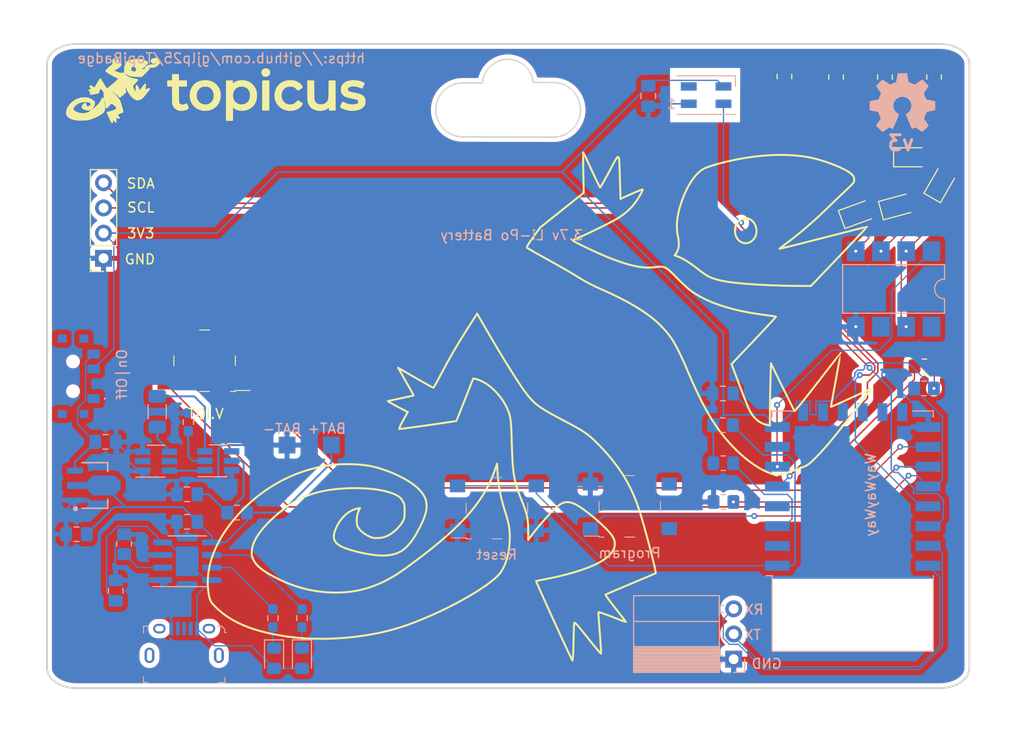
<source format=kicad_pcb>
(kicad_pcb (version 20221018) (generator pcbnew)
  (title_block (title "TopiBadge") (date "2024-07-13") (rev "v3") (comment 1 "Numerous circuitry fixes") (comment 2 "creativecommons.org/licenses/by/4.0") (comment 3 "License: CC BY 4.0") (comment 4 "Author: Robert Postma") (comment 5 "Gerbers for JLCPCB"))
  (layers (0 "F.Cu" signal "Front") (1 "In1.Cu" signal) (2 "In2.Cu" signal) (31 "B.Cu" signal "Back") (34 "B.Paste" user) (35 "F.Paste" user) (36 "B.SilkS" user "B.Silkscreen") (37 "F.SilkS" user "F.Silkscreen") (38 "B.Mask" user) (39 "F.Mask" user) (44 "Edge.Cuts" user))
  (net 0 "")
  (net 2 "+3.3V")
  (net 3 "Net-(J14-NO)")
  (net 8 "BAT-")
  (net 10 "BAT+")
  (net 11 "Net-(U2-GPIO15)")
  (net 14 "VIN")
  (net 15 "Net-(U2-~{RST})")
  (net 17 "/RX")
  (net 18 "/TX")
  (net 19 "/SCL")
  (net 20 "/SDA")
  (net 21 "Net-(D4-A)")
  (net 22 "/BTN")
  (net 24 "Net-(D1-A)")
  (net 25 "Net-(D2-A)")
  (net 26 "Net-(D3-A)")
  (net 27 "/OC")
  (net 28 "/G2")
  (net 29 "Net-(U2-EN)")
  (net 30 "Net-(U2-GPIO0)")
  (net 31 "Net-(D2-K)")
  (net 32 "/SK6812")
  (net 33 "/LC")
  (net 34 "Net-(D1-K)")
  (net 35 "Net-(D3-K)")
  (net 36 "Net-(U5-VCC)")
  (net 37 "Net-(U4-PROG)")
  (net 39 "Net-(D4-K)")
  (net 40 "Net-(D9-K)")
  (net 41 "Net-(U4-~{STDBY})")
  (net 42 "Net-(U5-CS)")
  (net 43 "Net-(D8-K)")
  (net 44 "Net-(U4-~{CHRG})")
  (net 53 "/G1")
  (footprint "LED_SMD:LED_0805_2012Metric_Pad1.15x1.40mm_HandSolder" (layer "F.Cu") (at 187.8838 78.5114 20)
    (fp_text reference "D1" hide)
    (fp_text value "LED" hide)
  )
  (footprint "LED_SMD:LED_0805_2012Metric_Pad1.15x1.40mm_HandSolder" (layer "F.Cu") (at 191.89584 77.76972 15)
    (fp_text reference "D2" hide)
    (fp_text value "LED" hide)
  )
  (footprint "LED_SMD:LED_0805_2012Metric_Pad1.15x1.40mm_HandSolder" (layer "F.Cu") (at 196.1896 75.3618 60)
    (fp_text reference "D3" hide)
    (fp_text value "LED" hide)
  )
  (footprint "LED_SMD:LED_0805_2012Metric_Pad1.15x1.40mm_HandSolder" (layer "F.Cu") (at 193.23304 72.86498)
    (fp_text reference "D4" hide)
    (fp_text value "LED" hide)
  )
  (footprint "Resistor_SMD:R_0805_2012Metric_Pad1.20x1.40mm_HandSolder" (layer "F.Cu") (at 180.3654 64.7192 90)
    (fp_text reference "R1" hide)
    (fp_text value "330R" hide)
  )
  (footprint "Resistor_SMD:R_0805_2012Metric_Pad1.20x1.40mm_HandSolder" (layer "F.Cu") (at 185.5724 64.77 90)
    (fp_text reference "R3" hide)
    (fp_text value "330R" hide)
  )
  (footprint "Resistor_SMD:R_0805_2012Metric_Pad1.20x1.40mm_HandSolder" (layer "F.Cu") (at 195.453 64.77 90)
    (fp_text reference "R5" hide)
    (fp_text value "330R" hide)
  )
  (footprint "Resistor_SMD:R_0805_2012Metric_Pad1.20x1.40mm_HandSolder" (layer "F.Cu") (at 190.5 64.77 90)
    (fp_text reference "R7" hide)
    (fp_text value "330R" hide)
  )
  (footprint "Connector_PinSocket_2.54mm:PinSocket_1x04_P2.54mm_Vertical" (layer "F.Cu") (at 111.7092 83.058 180)
    (fp_text reference "J3" hide)
    (fp_text value "128x32 I2C OLED" hide)
  )
  (footprint "digikey-footprints:Switch_Tactile_SMD_6x6mm_PTS645" (layer "F.Cu") (at 121.9 93.3958 180)
    (fp_text reference "S1" hide)
    (fp_text value "PTS645SM43SMTR92_LFS" hide)
  )
  (footprint "Resistor_SMD:R_0805_2012Metric_Pad1.20x1.40mm_HandSolder" (layer "F.Cu") (at 194.48 93.96)
    (fp_text reference "R2" hide)
    (fp_text value "10k" hide)
  )
  (footprint "Resistor_SMD:R_0805_2012Metric_Pad1.20x1.40mm_HandSolder" (layer "B.Cu") (at 113.79 111.9 90)
    (fp_text reference "R17" hide)
    (fp_text value "5k" hide)
  )
  (footprint "Resistor_SMD:R_0805_2012Metric_Pad1.20x1.40mm_HandSolder" (layer "B.Cu") (at 174.2186 107.6452 180)
    (fp_text reference "R8" hide)
    (fp_text value "10k" hide)
  )
  (footprint "LED_SMD:LED_SK6812MINI_PLCC4_3.5x3.5mm_P1.75mm" (layer "B.Cu") (at 172.47 66.595)
    (fp_text reference "D5" hide)
    (fp_text value "SK6812MINI")
  )
  (footprint "user-footprints:solderpad" (layer "B.Cu") (at 134.68 101.9 180)
    (fp_text reference "J12" hide)
    (fp_text value "Conn_01x01_Female")
  )
  (footprint "Capacitor_SMD:C_0805_2012Metric_Pad1.18x1.45mm_HandSolder" (layer "B.Cu") (at 108.98 110.9)
    (fp_text reference "C9" hide)
    (fp_text value "10uF" hide)
  )
  (footprint "Capacitor_SMD:C_0805_2012Metric_Pad1.18x1.45mm_HandSolder" (layer "B.Cu") (at 174.16 96.7 180)
    (fp_text reference "C1" hide)
    (fp_text value "100nF")
  )
  (footprint "Capacitor_SMD:C_0805_2012Metric_Pad1.18x1.45mm_HandSolder" (layer "B.Cu") (at 111.91 101.58 180)
    (fp_text reference "C10" hide)
    (fp_text value "10uF" hide)
  )
  (footprint "user-footprints:Holtek-HT7333-SOT89-Level_A" (layer "B.Cu") (at 110.830002 105.98)
    (fp_text reference "U7" hide)
    (fp_text value "HT7333-SOT89" hide)
  )
  (footprint "Capacitor_SMD:C_0805_2012Metric_Pad1.18x1.45mm_HandSolder" (layer "B.Cu") (at 112.94 116.6 90)
    (fp_text reference "C6" hide)
    (fp_text value "0.1uF" hide)
  )
  (footprint "LED_SMD:LED_0805_2012Metric_Pad1.15x1.40mm_HandSolder" (layer "B.Cu") (at 128.9 123.4225 -90)
    (fp_text reference "D8" hide)
    (fp_text value "RED" hide)
  )
  (footprint "user-footprints:solderpad" (layer "B.Cu") (at 130.215 101.905 180)
    (fp_text reference "J10" hide)
    (fp_text value "Conn_01x01_Female")
  )
  (footprint "Capacitor_SMD:C_0805_2012Metric_Pad1.18x1.45mm_HandSolder" (layer "B.Cu") (at 120.14 109.65 180)
    (fp_text reference "C7" hide)
    (fp_text value "10uF" hide)
  )
  (footprint "digikey-footprints:Switch_Tactile_SMD_6x6mm_PTS645" (layer "B.Cu") (at 164.77 108.09)
    (fp_text reference "S3" hide)
    (fp_text value "PTS645SM43SMTR92_LFS")
  )
  (footprint "Package_SO:SOIC-8-1EP_3.9x4.9mm_P1.27mm_EP2.29x3mm" (layer "B.Cu") (at 120.14 113.63)
    (fp_text reference "U4" hide)
    (fp_text value "TP4056" hide)
  )
  (footprint "Resistor_SMD:R_0805_2012Metric_Pad1.20x1.40mm_HandSolder" (layer "B.Cu") (at 125.18 108.72 180)
    (fp_text reference "R20" hide)
    (fp_text value "100" hide)
  )
  (footprint "Package_DIP:SMDIP-8_W7.62mm" (layer "B.Cu") (at 191.37 86.15 90)
    (fp_text reference "U3" hide)
    (fp_text value "ATTINY85-20PU")
  )
  (footprint "Resistor_SMD:R_0603_1608Metric_Pad0.98x0.95mm_HandSolder" (layer "B.Cu") (at 131.725 119.3625 90)
    (fp_text reference "R16" hide)
    (fp_text value "1k" hide)
  )
  (footprint "Connector_PinSocket_2.54mm:PinSocket_1x03_P2.54mm_Horizontal" (layer "B.Cu") (at 175.25 123.51)
    (fp_text reference "J1" hide)
    (fp_text value "Conn_01x03")
  )
  (footprint "Resistor_SMD:R_1206_3216Metric_Pad1.30x1.75mm_HandSolder" (layer "B.Cu") (at 117.12 98.54 -90)
    (fp_text reference "R19" hide)
    (fp_text value "0R" hide)
  )
  (footprint "Symbol:OSHW-Symbol_6.7x6mm_SilkScreen" (layer "B.Cu") (at 192.27 67.36 180)
    (fp_text reference "REF**" hide)
    (fp_text value "OSHW-Symbol_6.7x6mm_SilkScreen" hide)
  )
  (footprint "RF_Module:ESP-12E" (layer "B.Cu") (at 187.2488 110.5844)
    (fp_text reference "U2" hide)
    (fp_text value "ESP-12E" hide)
  )
  (footprint "Resistor_SMD:R_0603_1608Metric_Pad0.98x0.95mm_HandSolder" (layer "B.Cu") (at 120.26 99.58 -90)
    (fp_text reference "R18" hide)
    (fp_text value "1k" hide)
  )
  (footprint "Package_TO_SOT_SMD:SOT-23-6_Handsoldering" (layer "B.Cu") (at 117 103.53)
    (fp_text reference "U6" hide)
    (fp_text value "FS8205A" hide)
  )
  (footprint "Resistor_SMD:R_0805_2012Metric_Pad1.20x1.40mm_HandSolder" (layer "B.Cu") (at 194.44 96.19 180)
    (fp_text reference "R9" hide)
    (fp_text value "10k" hide)
  )
  (footprint "Capacitor_SMD:C_0805_2012Metric_Pad1.18x1.45mm_HandSolder" (layer "B.Cu") (at 120.14 106.87 180)
    (fp_text reference "C8" hide)
    (fp_text value "0.1uF" hide)
  )
  (footprint "LED_SMD:LED_0805_2012Metric_Pad1.15x1.40mm_HandSolder" (layer "B.Cu") (at 131.72 123.42 -90)
    (fp_text reference "D9" hide)
    (fp_text value "GREEN" hide)
  )
  (footprint "Package_TO_SOT_SMD:SOT-23-6_Handsoldering" (layer "B.Cu") (at 123.28 103.49)
    (fp_text reference "U5" hide)
    (fp_text value "DW01" hide)
  )
  (footprint "digikey-footprints:Switch_Tactile_SMD_6x6mm_PTS645" (layer "B.Cu") (at 151.375 108.27)
    (fp_text reference "S2" hide)
    (fp_text value "PTS645SM43SMTR92_LFS" hide)
  )
  (footprint "digikey-footprints:USB_Micro_B_Female_10118194-0001LF" (layer "B.Cu") (at 119.84 120.425 180)
    (fp_text reference "J2" hide)
    (fp_text value "USB_B_Micro")
  )
  (footprint "Resistor_SMD:R_0805_2012Metric_Pad1.20x1.40mm_HandSolder" (layer "B.Cu") (at 174.1932 103.7336)
    (fp_text reference "R4" hide)
    (fp_text value "10k" hide)
  )
  (footprint "Resistor_SMD:R_0603_1608Metric_Pad0.98x0.95mm_HandSolder" (layer "B.Cu") (at 128.79 119.36 90)
    (fp_text reference "R15" hide)
    (fp_text value "1k" hide)
  )
  (footprint "Resistor_SMD:R_0805_2012Metric_Pad1.20x1.40mm_HandSolder" (layer "B.Cu") (at 174.1678 99.8982)
    (fp_text reference "R6" hide)
    (fp_text value "10k" hide)
  )
  (footprint "Capacitor_SMD:C_0805_2012Metric_Pad1.18x1.45mm_HandSolder" (layer "B.Cu") (at 166.64 66.69 90)
    (fp_text reference "C3" hide)
    (fp_text value "100nF" hide)
  )
  (footprint "user-footprints:MK12C02" (layer "B.Cu") (at 108.63 94.97 90)
    (fp_text reference "J14" hide)
    (fp_text value "MK-12C02" hide)
  )
  (gr_curve (pts (xy 110.392413 66.182059) (xy 110.332873 66.1536) (xy 110.287487 66.12493) (xy 110.291556 66.118347)) (stroke (width 0.2)) (layer "F.SilkS"))
  (gr_line (start 124.649944 65.420474) (end 124.649944 65.638501) (stroke (width 0.2)) (layer "F.SilkS"))
  (gr_curve (pts (xy 127.884374 64.602273) (xy 127.704333 64.494355) (xy 127.668844 64.260334) (xy 127.808412 64.101372)) (stroke (width 0.2)) (layer "F.SilkS"))
  (gr_curve (pts (xy 126.804665 113.433072) (xy 127.104305 114.087614) (xy 127.655013 114.541672) (xy 129.015779 115.256203)) (stroke (width 0.2)) (layer "F.SilkS"))
  (gr_curve (pts (xy 113.627906 66.518252) (xy 113.393305 66.734993) (xy 113.349813 66.767984) (xy 113.349813 66.729183)) (stroke (width 0.2)) (layer "F.SilkS"))
  (gr_curve (pts (xy 149.918191 95.499039) (xy 149.631362 95.359613) (xy 149.302434 95.236324) (xy 149.187219 95.225061)) (stroke (width 0.2)) (layer "F.SilkS"))
  (gr_curve (pts (xy 124.405241 109.985659) (xy 126.961918 106.611369) (xy 130.607333 104.453572) (xy 134.657046 103.917397)) (stroke (width 0.2)) (layer "F.SilkS"))
  (gr_curve (pts (xy 121.737352 68.072177) (xy 121.350131 68.018779) (xy 120.974637 67.800836) (xy 120.765915 67.508339)) (stroke (width 0.2)) (layer "F.SilkS"))
  (gr_line (start 124.762048 67.725337) (end 124.667881 67.635111) (stroke (width 0.2)) (layer "F.SilkS"))
  (gr_curve (pts (xy 152.8771 101.800669) (xy 152.80941 99.266015) (xy 152.770404 98.986769) (xy 152.361039 98.107348)) (stroke (width 0.2)) (layer "F.SilkS"))
  (gr_line (start 180.368377 104.760676) (end 179.57023 104.974523) (stroke (width 0.2)) (layer "F.SilkS"))
  (gr_curve (pts (xy 150.257804 90.167489) (xy 151.909042 93.019112) (xy 153.388345 95.403809) (xy 154.166202 96.467992)) (stroke (width 0.2)) (layer "F.SilkS"))
  (gr_line (start 119.213509 65.633961) (end 119.218906 66.490439) (stroke (width 0.2)) (layer "F.SilkS"))
  (gr_line (start 121.737352 68.072177) (end 121.737352 68.072177) (stroke (width 0.2)) (layer "F.SilkS"))
  (gr_curve (pts (xy 132.930713 67.215678) (xy 133.061097 67.490895) (xy 133.281734 67.62343) (xy 133.611394 67.624562)) (stroke (width 0.2)) (layer "F.SilkS"))
  (gr_curve (pts (xy 177.092867 79.26751) (xy 176.884728 79.084732) (xy 176.774479 79.044215) (xy 176.4855 79.044215)) (stroke (width 0.2)) (layer "F.SilkS"))
  (gr_line (start 124.667881 69.095728) (end 124.407717 69.095728) (stroke (width 0.2)) (layer "F.SilkS"))
  (gr_curve (pts (xy 131.912861 121.398741) (xy 129.938946 121.272353) (xy 127.715752 120.83046) (xy 126.296985 120.282529)) (stroke (width 0.2)) (layer "F.SilkS"))
  (gr_curve (pts (xy 133.611394 67.624562) (xy 134.023911 67.625885) (xy 134.295562 67.451173) (xy 134.439665 67.09157)) (stroke (width 0.2)) (layer "F.SilkS"))
  (gr_curve (pts (xy 162.729519 74.246823) (xy 163.784869 72.26906) (xy 163.69376 72.194637) (xy 163.778021 75.103309)) (stroke (width 0.2)) (layer "F.SilkS"))
  (gr_curve (pts (xy 116.23763 63.947781) (xy 116.23763 63.956116) (xy 116.231571 63.965614) (xy 116.224189 63.968895)) (stroke (width 0.2)) (layer "F.SilkS"))
  (gr_curve (pts (xy 136.815764 65.191035) (xy 137.082173 65.179764) (xy 137.299169 65.200958) (xy 137.526938 65.260499)) (stroke (width 0.2)) (layer "F.SilkS"))
  (gr_curve (pts (xy 113.006301 68.582868) (xy 113.014662 68.588027) (xy 113.071862 68.657353) (xy 113.133399 68.7369)) (stroke (width 0.2)) (layer "F.SilkS"))
  (gr_curve (pts (xy 153.865764 107.476714) (xy 153.10016 105.619076) (xy 152.957143 104.798004) (xy 152.8771 101.800669)) (stroke (width 0.2)) (layer "F.SilkS"))
  (gr_curve (pts (xy 116.965647 63.653289) (xy 116.860674 63.722988) (xy 116.85893 63.72342) (xy 116.669922 63.726489)) (stroke (width 0.2)) (layer "F.SilkS"))
  (gr_curve (pts (xy 112.184121 65.940756) (xy 112.319675 65.852036) (xy 112.882468 65.385144) (xy 113.035495 65.234458)) (stroke (width 0.2)) (layer "F.SilkS"))
  (gr_curve (pts (xy 138.417812 111.08439) (xy 138.824145 111.284479) (xy 138.928577 111.305228) (xy 139.40722 111.280926)) (stroke (width 0.2)) (layer "F.SilkS"))
  (gr_curve (pts (xy 111.412816 65.0722) (xy 111.429564 65.10001) (xy 111.514238 65.243838) (xy 111.600956 65.391817)) (stroke (width 0.2)) (layer "F.SilkS"))
  (gr_curve (pts (xy 115.910555 65.534253) (xy 115.913994 65.537692) (xy 115.89169 65.671399) (xy 115.860987 65.831401)) (stroke (width 0.2)) (layer "F.SilkS"))
  (gr_poly (pts (xy 119.2149 65.17386) (xy 119.99468 65.21704) (xy 120.00738 65.22974) (xy 120.05056 65.61328) (xy 119.24284 65.62598) (xy 119.18696 66.95694) (xy 119.24284 67.48272) (xy 119.56796 67.65036) (xy 120.05056 67.52336) (xy 120.16486 67.9069) (xy 119.75338 68.06184) (xy 119.1006 68.00596) (xy 118.74754 67.62242) (xy 118.73484 65.66916) (xy 118.237 65.66916) (xy 118.19636 65.21704) (xy 118.70436 65.22974) (xy 118.7196 64.60744) (xy 119.19966 64.55156)) (stroke (width 0.1)) (fill solid) (layer "F.SilkS"))
  (gr_line (start 132.856013 65.212511) (end 132.864983 66.15419) (stroke (width 0.2)) (layer "F.SilkS"))
  (gr_curve (pts (xy 116.933762 63.055526) (xy 116.841102 63.064416) (xy 116.752941 63.114841) (xy 116.74317 63.164508)) (stroke (width 0.2)) (layer "F.SilkS"))
  (gr_curve (pts (xy 131.500777 67.731952) (xy 131.24933 67.983398) (xy 130.784791 68.127596) (xy 130.38074 68.07962)) (stroke (width 0.2)) (layer "F.SilkS"))
  (gr_curve (pts (xy 111.127407 66.354369) (xy 111.118014 66.36482) (xy 110.488906 66.459051) (xy 110.428608 66.459051)) (stroke (width 0.2)) (layer "F.SilkS"))
  (gr_curve (pts (xy 112.130125 68.381747) (xy 112.130125 68.372672) (xy 112.200399 68.351296) (xy 112.286288 68.334239)) (stroke (width 0.2)) (layer "F.SilkS"))
  (gr_curve (pts (xy 162.991963 119.236536) (xy 162.246243 118.943169) (xy 161.625074 118.734173) (xy 161.611592 118.772101)) (stroke (width 0.2)) (layer "F.SilkS"))
  (gr_curve (pts (xy 126.296985 120.282529) (xy 124.924253 119.752382) (xy 123.991337 119.183851) (xy 123.10294 118.336034)) (stroke (width 0.2)) (layer "F.SilkS"))
  (gr_curve (pts (xy 165.290232 77.48025) (xy 164.84562 78.06613) (xy 164.36054 78.506294) (xy 163.651527 78.967204)) (stroke (width 0.2)) (layer "F.SilkS"))
  (gr_curve (pts (xy 159.035235 81.266634) (xy 159.033735 81.358964) (xy 161.57902 82.568356) (xy 162.740676 83.027274)) (stroke (width 0.2)) (layer "F.SilkS"))
  (gr_curve (pts (xy 184.727386 101.856445) (xy 184.235639 102.4304) (xy 183.578633 103.137142) (xy 183.26737 103.426982)) (stroke (width 0.2)) (layer "F.SilkS"))
  (gr_curve (pts (xy 115.806414 65.65721) (xy 115.86026 65.586153) (xy 115.907123 65.530821) (xy 115.910555 65.534253)) (stroke (width 0.2)) (layer "F.SilkS"))
  (gr_line (start 112.441305 63.726399) (end 112.713069 63.505366) (stroke (width 0.2)) (layer "F.SilkS"))
  (gr_curve (pts (xy 112.708095 63.256231) (xy 112.705264 63.11474) (xy 112.709947 63.014675) (xy 112.718651 63.024636)) (stroke (width 0.2)) (layer "F.SilkS"))
  (gr_line (start 113.214431 65.058262) (end 113.286612 65.090472) (stroke (width 0.2)) (layer "F.SilkS"))
  (gr_curve (pts (xy 113.349823 66.729183) (xy 113.349823 66.693618) (xy 113.010852 66.375988) (xy 112.920486 66.326876)) (stroke (width 0.2)) (layer "F.SilkS"))
  (gr_line (start 178.895765 99.928103) (end 178.905165 98.372529) (stroke (width 0.2)) (layer "F.SilkS"))
  (gr_curve (pts (xy 154.526981 110.487063) (xy 154.526981 109.341469) (xy 154.404524 108.783939) (xy 153.865764 107.476714)) (stroke (width 0.2)) (layer "F.SilkS"))
  (gr_line (start 175.029138 93.738796) (end 175.15836 94.068598) (stroke (width 0.2)) (layer "F.SilkS"))
  (gr_curve (pts (xy 109.94479 67.739114) (xy 109.978683 67.773004) (xy 110.040047 67.810813) (xy 110.081159 67.82313)) (stroke (width 0.2)) (layer "F.SilkS"))
  (gr_line (start 119.21513 64.889587) (end 119.21513 65.203481) (stroke (width 0.2)) (layer "F.SilkS"))
  (gr_line (start 111.303334 65.150404) (end 111.382346 65.021635) (stroke (width 0.2)) (layer "F.SilkS"))
  (gr_curve (pts (xy 137.400176 108.626873) (xy 137.200276 109.074317) (xy 137.178317 109.830865) (xy 137.355726 110.160141)) (stroke (width 0.2)) (layer "F.SilkS"))
  (gr_curve (pts (xy 115.098267 64.664466) (xy 114.479113 64.64031) (xy 114.316992 64.605647) (xy 114.139039 64.459322)) (stroke (width 0.2)) (layer "F.SilkS"))
  (gr_line (start 134.5331 67.84744) (end 134.5331 67.639395) (stroke (width 0.2)) (layer "F.SilkS"))
  (gr_curve (pts (xy 124.704086 66.935659) (xy 124.840344 67.468424) (xy 125.384283 67.756121) (xy 125.935114 67.586772)) (stroke (width 0.2)) (layer "F.SilkS"))
  (gr_curve (pts (xy 159.170766 119.876796) (xy 159.143926 119.971966) (xy 159.115316 120.659971) (xy 159.106926 121.405694)) (stroke (width 0.2)) (layer "F.SilkS"))
  (gr_curve (pts (xy 158.870902 123.411785) (xy 158.567784 122.852634) (xy 155.293549 115.667597) (xy 155.326725 115.63442)) (stroke (width 0.2)) (layer "F.SilkS"))
  (gr_curve (pts (xy 113.188406 64.380206) (xy 113.338793 64.432405) (xy 113.381399 64.439462) (xy 113.551198 64.440295)) (stroke (width 0.2)) (layer "F.SilkS"))
  (gr_curve (pts (xy 170.723644 94.69157) (xy 169.524612 91.877231) (xy 169.040258 91.038214) (xy 167.980286 89.939426)) (stroke (width 0.2)) (layer "F.SilkS"))
  (gr_curve (pts (xy 129.589461 66.889624) (xy 129.706521 67.354867) (xy 130.056363 67.6296) (xy 130.533204 67.630746)) (stroke (width 0.2)) (layer "F.SilkS"))
  (gr_curve (pts (xy 130.38074 68.07962) (xy 129.782961 68.008642) (xy 129.346385 67.69156) (xy 129.149779 67.185581)) (stroke (width 0.2)) (layer "F.SilkS"))
  (gr_curve (pts (xy 119.419648 68.074558) (xy 119.056814 68.016797) (xy 118.825632 67.81702) (xy 118.739658 67.486945)) (stroke (width 0.2)) (layer "F.SilkS"))
  (gr_curve (pts (xy 110.723253 67.304334) (xy 110.766216 67.387416) (xy 110.755381 67.512702) (xy 110.693977 67.642888)) (stroke (width 0.2)) (layer "F.SilkS"))
  (gr_curve (pts (xy 156.083417 115.465778) (xy 157.991825 115.116739) (xy 159.724459 114.633522) (xy 160.953202 114.107597)) (stroke (width 0.2)) (layer "F.SilkS"))
  (gr_line (start 114.96842 66.983503) (end 114.968407 66.983384) (stroke (width 0.2)) (layer "F.SilkS"))
  (gr_curve (pts (xy 112.224293 64.316409) (xy 112.103445 64.249621) (xy 112.004567 64.191296) (xy 112.004567 64.186798)) (stroke (width 0.2)) (layer "F.SilkS"))
  (gr_line (start 137.285013 108.320131) (end 137.559294 108.270691) (stroke (width 0.2)) (layer "F.SilkS"))
  (gr_curve (pts (xy 113.883028 64.577929) (xy 114.052761 64.74418) (xy 114.149905 64.810879) (xy 114.323625 64.88044)) (stroke (width 0.2)) (layer "F.SilkS"))
  (gr_line (start 157.928401 78.201392) (end 160.127901 76.442441) (stroke (width 0.2)) (layer "F.SilkS"))
  (gr_curve (pts (xy 112.592612 69.077964) (xy 112.585547 69.19133) (xy 112.577478 69.299709) (xy 112.574673 69.318804)) (stroke (width 0.2)) (layer "F.SilkS"))
  (gr_curve (pts (xy 112.822286 63.243431) (xy 112.870742 63.354119) (xy 112.914425 63.444916) (xy 112.919357 63.445202)) (stroke (width 0.2)) (layer "F.SilkS"))
  (gr_line (start 134.75731 65.212511) (end 135.008424 65.212511) (stroke (width 0.2)) (layer "F.SilkS"))
  (gr_curve (pts (xy 180.172363 96.046271) (xy 180.813972 97.356951) (xy 181.359967 98.454231) (xy 181.385679 98.484664)) (stroke (width 0.2)) (layer "F.SilkS"))
  (gr_curve (pts (xy 122.362112 65.704679) (xy 122.22255 65.644722) (xy 122.214218 65.64342) (xy 121.968418 65.643224)) (stroke (width 0.2)) (layer "F.SilkS"))
  (gr_curve (pts (xy 144.964379 96.120755) (xy 144.996879 96.120755) (xy 145.30276 95.584822) (xy 145.644354 94.929796)) (stroke (width 0.2)) (layer "F.SilkS"))
  (gr_curve (pts (xy 117.118942 63.195555) (xy 117.08385 63.078434) (xy 117.040051 63.045313) (xy 116.933762 63.055526)) (stroke (width 0.2)) (layer "F.SilkS"))
  (gr_line (start 120.022285 65.633961) (end 119.617895 65.633961) (stroke (width 0.2)) (layer "F.SilkS"))
  (gr_line (start 118.470757 65.633961) (end 118.228612 65.633961) (stroke (width 0.2)) (layer "F.SilkS"))
  (gr_curve (pts (xy 185.551448 95.296194) (xy 185.277432 96.777561) (xy 185.052992 98.011981) (xy 185.052709 98.039349)) (stroke (width 0.2)) (layer "F.SilkS"))
  (gr_curve (pts (xy 112.928278 69.271653) (xy 112.925527 69.274669) (xy 112.851761 69.185965) (xy 112.764358 69.074504)) (stroke (width 0.2)) (layer "F.SilkS"))
  (gr_curve (pts (xy 143.596549 95.365761) (xy 144.316451 95.781006) (xy 144.931977 96.120755) (xy 144.964379 96.120755)) (stroke (width 0.2)) (layer "F.SilkS"))
  (gr_curve (pts (xy 120.640383 65.965883) (xy 120.782332 65.675022) (xy 120.974237 65.482783) (xy 121.268885 65.336291)) (stroke (width 0.2)) (layer "F.SilkS"))
  (gr_line (start 124.156684 65.212448) (end 124.403316 65.207447) (stroke (width 0.2)) (layer "F.SilkS"))
  (gr_curve (pts (xy 183.727285 95.5714) (xy 184.989459 93.938671) (xy 186.028337 92.6028) (xy 186.035911 92.6028)) (stroke (width 0.2)) (layer "F.SilkS"))
  (gr_curve (pts (xy 109.800087 67.500581) (xy 109.897615 67.445768) (xy 109.903761 67.450398) (xy 109.892868 67.570508)) (stroke (width 0.2)) (layer "F.SilkS"))
  (gr_curve (pts (xy 178.405904 88.780305) (xy 179.000099 88.856085) (xy 179.499514 88.931297) (xy 179.515713 88.947511)) (stroke (width 0.2)) (layer "F.SilkS"))
  (gr_curve (pts (xy 123.404219 66.97034) (xy 123.368101 67.151183) (xy 123.230629 67.435843) (xy 123.112106 67.575215)) (stroke (width 0.2)) (layer "F.SilkS"))
  (gr_curve (pts (xy 137.355726 110.160141) (xy 137.545119 110.511713) (xy 137.923521 110.841004) (xy 138.417812 111.08439)) (stroke (width 0.2)) (layer "F.SilkS"))
  (gr_curve (pts (xy 113.282847 68.408282) (xy 113.018755 68.518124) (xy 112.960772 68.554729) (xy 113.006301 68.582868)) (stroke (width 0.2)) (layer "F.SilkS"))
  (gr_curve (pts (xy 136.465924 66.311895) (xy 136.546386 66.346355) (xy 136.793526 66.404351) (xy 137.133915 66.46865)) (stroke (width 0.2)) (layer "F.SilkS"))
  (gr_curve (pts (xy 122.120688 67.62443) (xy 122.487088 67.576887) (xy 122.802591 67.28428) (xy 122.893645 66.907562)) (stroke (width 0.2)) (layer "F.SilkS"))
  (gr_line (start 136.613749 68.078752) (end 136.613749 68.078752) (stroke (width 0.2)) (layer "F.SilkS"))
  (gr_line (start 124.407717 69.095728) (end 124.147556 69.095728) (stroke (width 0.2)) (layer "F.SilkS"))
  (gr_curve (pts (xy 133.344823 68.073746) (xy 133.05348 68.036982) (xy 132.742645 67.877996) (xy 132.599664 67.692616)) (stroke (width 0.2)) (layer "F.SilkS"))
  (gr_line (start 131.507143 65.910744) (end 131.324163 66.030201) (stroke (width 0.2)) (layer "F.SilkS"))
  (gr_curve (pts (xy 111.746691 67.541912) (xy 111.788781 67.668293) (xy 111.792874 67.702858) (xy 111.784947 67.86496)) (stroke (width 0.2)) (layer "F.SilkS"))
  (gr_line (start 155.02795 80.938768) (end 155.728897 79.960346) (stroke (width 0.2)) (layer "F.SilkS"))
  (gr_curve (pts (xy 116.278857 65.975692) (xy 116.300446 65.974633) (xy 115.94204 66.44089) (xy 115.74646 66.668416)) (stroke (width 0.2)) (layer "F.SilkS"))
  (gr_curve (pts (xy 152.301771 108.942853) (xy 152.641891 109.995765) (xy 152.73639 110.80017) (xy 152.646615 111.877993)) (stroke (width 0.2)) (layer "F.SilkS"))
  (gr_poly (pts (xy 128.43256 64.16802) (xy 128.38938 64.43726) (xy 128.17856 64.63538) (xy 127.78232 64.56426) (xy 127.7239 64.32296) (xy 127.92202 64.05372) (xy 127.92202 64.02578) (xy 128.2192 63.99784)) (stroke (width 0.1)) (fill solid) (layer "F.SilkS"))
  (gr_curve (pts (xy 110.081159 67.82313) (xy 110.145133 67.842286) (xy 110.167477 67.841095) (xy 110.236197 67.814875)) (stroke (width 0.2)) (layer "F.SilkS"))
  (gr_curve (pts (xy 115.202376 65.953131) (xy 115.279145 66.113106) (xy 115.345031 66.243995) (xy 115.348786 66.243995)) (stroke (width 0.2)) (layer "F.SilkS"))
  (gr_line (start 128.326974 66.629033) (end 128.326974 68.055495) (stroke (width 0.2)) (layer "F.SilkS"))
  (gr_curve (pts (xy 136.456081 65.707272) (xy 136.162399 65.851176) (xy 136.16782 66.184226) (xy 136.465924 66.311895)) (stroke (width 0.2)) (layer "F.SilkS"))
  (gr_line (start 118.712903 65.203481) (end 118.712903 64.889587) (stroke (width 0.2)) (layer "F.SilkS"))
  (gr_curve (pts (xy 114.224311 66.18948) (xy 114.188706 66.12503) (xy 114.099788 65.934409) (xy 114.026718 65.76588)) (stroke (width 0.2)) (layer "F.SilkS"))
  (gr_line (start 134.439665 67.09157) (end 134.488258 66.970311) (stroke (width 0.2)) (layer "F.SilkS"))
  (gr_line (start 178.657579 99.884263) (end 178.895765 99.928103) (stroke (width 0.2)) (layer "F.SilkS"))
  (gr_curve (pts (xy 159.169662 107.825776) (xy 158.32891 107.474469) (xy 157.8523 107.644397) (xy 156.898283 108.635457)) (stroke (width 0.2)) (layer "F.SilkS"))
  (gr_line (start 111.382346 65.021635) (end 111.412816 65.0722) (stroke (width 0.2)) (layer "F.SilkS"))
  (gr_curve (pts (xy 137.941069 65.436584) (xy 137.941069 65.447538) (xy 137.748847 65.809417) (xy 137.732342 65.829528)) (stroke (width 0.2)) (layer "F.SilkS"))
  (gr_curve (pts (xy 108.145252 67.921465) (xy 108.23356 67.738524) (xy 108.341576 67.595953) (xy 108.523668 67.421981)) (stroke (width 0.2)) (layer "F.SilkS"))
  (gr_curve (pts (xy 135.783447 66.338068) (xy 135.750533 66.266315) (xy 135.744318 66.220132) (xy 135.74409 66.045714)) (stroke (width 0.2)) (layer "F.SilkS"))
  (gr_line (start 120.022285 65.203481) (end 120.022285 65.41872) (stroke (width 0.2)) (layer "F.SilkS"))
  (gr_curve (pts (xy 186.035911 92.6028) (xy 186.043511 92.6028) (xy 185.825467 93.814827) (xy 185.551448 95.296194)) (stroke (width 0.2)) (layer "F.SilkS"))
  (gr_curve (pts (xy 116.74317 63.164508) (xy 116.734623 63.207924) (xy 116.815324 63.220857) (xy 116.881438 63.18668)) (stroke (width 0.2)) (layer "F.SilkS"))
  (gr_curve (pts (xy 114.569532 65.660663) (xy 114.569532 65.697014) (xy 114.767591 66.212377) (xy 114.805426 66.27448)) (stroke (width 0.2)) (layer "F.SilkS"))
  (gr_curve (pts (xy 109.892868 67.570508) (xy 109.883502 67.673915) (xy 109.885222 67.679548) (xy 109.94479 67.739114)) (stroke (width 0.2)) (layer "F.SilkS"))
  (gr_curve (pts (xy 186.617968 76.149286) (xy 186.187835 76.552376) (xy 185.206065 77.494325) (xy 184.436262 78.242506)) (stroke (width 0.2)) (layer "F.SilkS"))
  (gr_curve (pts (xy 151.500012 115.0539) (xy 149.927611 116.671947) (xy 144.939066 119.29343) (xy 141.371581 120.376401)) (stroke (width 0.2)) (layer "F.SilkS"))
  (gr_curve (pts (xy 113.884816 64.22861) (xy 113.907518 64.183118) (xy 113.908444 64.154635) (xy 113.890769 64.047841)) (stroke (width 0.2)) (layer "F.SilkS"))
  (gr_line (start 128.066783 68.055495) (end 127.806592 68.055495) (stroke (width 0.2)) (layer "F.SilkS"))
  (gr_curve (pts (xy 129.015779 115.256203) (xy 130.962206 116.278263) (xy 132.988682 116.787082) (xy 135.116315 116.78797)) (stroke (width 0.2)) (layer "F.SilkS"))
  (gr_line (start 115.051336 65.832057) (end 115.062792 65.662263) (stroke (width 0.2)) (layer "F.SilkS"))
  (gr_curve (pts (xy 113.149579 68.843956) (xy 112.963955 68.771082) (xy 112.913652 68.754665) (xy 112.904386 68.76393)) (stroke (width 0.2)) (layer "F.SilkS"))
  (gr_curve (pts (xy 137.491645 67.402887) (xy 137.565578 67.250161) (xy 137.526501 67.105257) (xy 137.387854 67.018021)) (stroke (width 0.2)) (layer "F.SilkS"))
  (gr_line (start 112.713069 63.505366) (end 112.708095 63.256231) (stroke (width 0.2)) (layer "F.SilkS"))
  (gr_poly (pts (xy 128.34874 68.07708) (xy 127.76708 68.08978) (xy 127.76708 65.2018) (xy 128.36144 65.17386)) (stroke (width 0.1)) (fill solid) (layer "F.SilkS"))
  (gr_curve (pts (xy 181.385679 98.484664) (xy 181.411379 98.515274) (xy 182.465116 97.20413) (xy 183.727285 95.5714)) (stroke (width 0.2)) (layer "F.SilkS"))
  (gr_curve (pts (xy 112.993419 64.73879) (xy 112.868821 64.682074) (xy 112.694236 64.591155) (xy 112.605449 64.536754)) (stroke (width 0.2)) (layer "F.SilkS"))
  (gr_line (start 124.147556 69.095728) (end 124.152132 67.154099) (stroke (width 0.2)) (layer "F.SilkS"))
  (gr_curve (pts (xy 172.666163 84.870142) (xy 172.484783 84.778222) (xy 172.042352 84.467614) (xy 171.683013 84.179921)) (stroke (width 0.2)) (layer "F.SilkS"))
  (gr_line (start 151.388981 103.799906) (end 151.437211 104.632525) (stroke (width 0.2)) (layer "F.SilkS"))
  (gr_poly (pts (xy 111.74476 65.67424) (xy 112.24006 66.21018) (xy 112.8776 66.59372) (xy 113.32972 67.31508) (xy 113.6269 68.2498) (xy 113.64214 68.2498) (xy 113.03254 68.47586) (xy 113.04778 68.80352) (xy 112.5093 69.18452) (xy 112.15624 68.3768) (xy 113.04778 68.06692) (xy 113.01984 67.69862) (xy 112.45342 67.35826) (xy 112.014 67.82562) (xy 111.81588 66.2686) (xy 111.57458 65.95618) (xy 111.2774 65.87236) (xy 111.07928 66.35242) (xy 110.44174 66.43878) (xy 110.5408 66.0273) (xy 110.4138 65.70218) (xy 110.86592 65.88506) (xy 111.34852 64.99352)) (stroke (width 0.1)) (fill solid) (layer "F.SilkS"))
  (gr_curve (pts (xy 141.696697 97.183797) (xy 142.379416 97.040893) (xy 142.948704 96.913258) (xy 142.961785 96.900181)) (stroke (width 0.2)) (layer "F.SilkS"))
  (gr_curve (pts (xy 154.426986 82.009009) (xy 154.343986 81.932819) (xy 154.446266 81.750754) (xy 155.02795 80.938768)) (stroke (width 0.2)) (layer "F.SilkS"))
  (gr_curve (pts (xy 108.036257 68.485901) (xy 108.011439 68.311765) (xy 108.047846 68.123255) (xy 108.145252 67.921465)) (stroke (width 0.2)) (layer "F.SilkS"))
  (gr_curve (pts (xy 112.605449 64.536754) (xy 112.516661 64.482351) (xy 112.345142 64.383196) (xy 112.224293 64.316409)) (stroke (width 0.2)) (layer "F.SilkS"))
  (gr_curve (pts (xy 122.246269 116.37878) (xy 122.058804 114.32201) (xy 122.813977 112.085799) (xy 124.405241 109.985659)) (stroke (width 0.2)) (layer "F.SilkS"))
  (gr_curve (pts (xy 113.633787 65.123527) (xy 113.504758 65.007517) (xy 113.257783 64.859134) (xy 112.993419 64.73879)) (stroke (width 0.2)) (layer "F.SilkS"))
  (gr_curve (pts (xy 121.798013 67.623404) (xy 121.958734 67.644094) (xy 121.96882 67.644147) (xy 122.120683 67.624462)) (stroke (width 0.2)) (layer "F.SilkS"))
  (gr_curve (pts (xy 127.808412 64.101372) (xy 127.95261 63.93714) (xy 128.241212 63.953859) (xy 128.359976 64.133326)) (stroke (width 0.2)) (layer "F.SilkS"))
  (gr_curve (pts (xy 112.574673 69.318804) (xy 112.571869 69.337907) (xy 112.470697 69.138586) (xy 112.349849 68.875881)) (stroke (width 0.2)) (layer "F.SilkS"))
  (gr_curve (pts (xy 164.952418 76.556201) (xy 165.567136 76.277915) (xy 166.070085 76.081829) (xy 166.070085 76.120493)) (stroke (width 0.2)) (layer "F.SilkS"))
  (gr_curve (pts (xy 152.646615 111.877993) (xy 152.532284 113.250521) (xy 152.106558 114.429745) (xy 151.500012 115.0539)) (stroke (width 0.2)) (layer "F.SilkS"))
  (gr_line (start 132.864983 66.15419) (end 132.873952 67.095869) (stroke (width 0.2)) (layer "F.SilkS"))
  (gr_line (start 119.21513 64.575696) (end 119.21513 64.889587) (stroke (width 0.2)) (layer "F.SilkS"))
  (gr_curve (pts (xy 121.028763 66.383796) (xy 121.003098 66.506076) (xy 121.003151 66.753567) (xy 121.028906 66.875289)) (stroke (width 0.2)) (layer "F.SilkS"))
  (gr_curve (pts (xy 141.536956 100.28126) (xy 141.479736 100.26879) (xy 141.619956 99.948472) (xy 141.914379 99.418809)) (stroke (width 0.2)) (layer "F.SilkS"))
  (gr_line (start 119.419638 68.074558) (end 119.419638 68.074558) (stroke (width 0.2)) (layer "F.SilkS"))
  (gr_line (start 118.228612 65.41872) (end 118.228612 65.203481) (stroke (width 0.2)) (layer "F.SilkS"))
  (gr_curve (pts (xy 179.875404 82.100417) (xy 179.889014 82.114027) (xy 181.874918 81.615409) (xy 184.288615 80.992471)) (stroke (width 0.2)) (layer "F.SilkS"))
  (gr_line (start 124.649944 65.202446) (end 124.649944 65.420474) (stroke (width 0.2)) (layer "F.SilkS"))
  (gr_line (start 119.617895 65.633961) (end 119.213509 65.633961) (stroke (width 0.2)) (layer "F.SilkS"))
  (gr_curve (pts (xy 182.954782 72.891957) (xy 184.455043 73.194319) (xy 186.512947 74.011472) (xy 187.09229 74.534872)) (stroke (width 0.2)) (layer "F.SilkS"))
  (gr_curve (pts (xy 111.61514 68.324092) (xy 111.29892 68.602439) (xy 110.557174 68.944635) (xy 110.07637 69.033988)) (stroke (width 0.2)) (layer "F.SilkS"))
  (gr_line (start 158.995126 123.641028) (end 158.870902 123.411785) (stroke (width 0.2)) (layer "F.SilkS"))
  (gr_curve (pts (xy 131.696336 65.785678) (xy 131.692923 65.788748) (xy 131.607783 65.84504) (xy 131.507143 65.910744)) (stroke (width 0.2)) (layer "F.SilkS"))
  (gr_curve (pts (xy 129.67436 65.425181) (xy 129.947233 65.248659) (xy 130.238931 65.175885) (xy 130.61392 65.190779)) (stroke (width 0.2)) (layer "F.SilkS"))
  (gr_line (start 112.220396 66.020422) (end 112.140267 65.969458) (stroke (width 0.2)) (layer "F.SilkS"))
  (gr_curve (pts (xy 111.757158 66.201249) (xy 111.727212 66.137259) (xy 111.670046 66.049465) (xy 111.630121 66.006153)) (stroke (width 0.2)) (layer "F.SilkS"))
  (gr_line (start 137.559294 108.270691) (end 137.400176 108.626873) (stroke (width 0.2)) (layer "F.SilkS"))
  (gr_curve (pts (xy 125.582667 65.63785) (xy 125.398938 65.644888) (xy 125.360814 65.652297) (xy 125.233817 65.705793)) (stroke (width 0.2)) (layer "F.SilkS"))
  (gr_curve (pts (xy 125.930486 65.677525) (xy 125.801766 65.634265) (xy 125.770249 65.630672) (xy 125.582667 65.63785)) (stroke (width 0.2)) (layer "F.SilkS"))
  (gr_line (start 118.964017 64.575696) (end 119.21513 64.575696) (stroke (width 0.2)) (layer "F.SilkS"))
  (gr_line (start 185.877446 82.876584) (end 183.036624 85.852199) (stroke (width 0.2)) (layer "F.SilkS"))
  (gr_curve (pts (xy 130.533204 67.630746) (xy 130.826381 67.63154) (xy 131.022921 67.549275) (xy 131.212334 67.346792)) (stroke (width 0.2)) (layer "F.SilkS"))
  (gr_curve (pts (xy 120.065631 67.53684) (xy 120.069653 67.540888) (xy 120.106171 67.619787) (xy 120.146787 67.712145)) (stroke (width 0.2)) (layer "F.SilkS"))
  (gr_curve (pts (xy 113.367997 63.611538) (xy 113.259934 63.762448) (xy 113.129338 63.845554) (xy 112.650304 64.068251)) (stroke (width 0.2)) (layer "F.SilkS"))
  (gr_line (start 125.935114 67.586772) (end 125.935114 67.586772) (stroke (width 0.2)) (layer "F.SilkS"))
  (gr_curve (pts (xy 112.004567 64.186798) (xy 112.004567 64.1823) (xy 112.041688 64.1266) (xy 112.087054 64.063023)) (stroke (width 0.2)) (layer "F.SilkS"))
  (gr_curve (pts (xy 131.202219 65.906302) (xy 131.007596 65.708555) (xy 130.823261 65.634054) (xy 130.528626 65.634054)) (stroke (width 0.2)) (layer "F.SilkS"))
  (gr_curve (pts (xy 110.46189 66.360616) (xy 110.492864 66.306476) (xy 110.514261 66.255793) (xy 110.509438 66.24799)) (stroke (width 0.2)) (layer "F.SilkS"))
  (gr_curve (pts (xy 110.236197 67.814875) (xy 110.341512 67.774653) (xy 110.456402 67.658598) (xy 110.480873 67.567719)) (stroke (width 0.2)) (layer "F.SilkS"))
  (gr_curve (pts (xy 111.188841 67.62982) (xy 111.34653 67.470477) (xy 111.520729 67.21771) (xy 111.574204 67.070654)) (stroke (width 0.2)) (layer "F.SilkS"))
  (gr_curve (pts (xy 117.099696 62.974043) (xy 117.176311 63.038508) (xy 117.313852 63.229109) (xy 117.313852 63.270813)) (stroke (width 0.2)) (layer "F.SilkS"))
  (gr_curve (pts (xy 112.771185 66.539426) (xy 112.933512 66.663759) (xy 113.190589 66.98635) (xy 113.300746 67.203944)) (stroke (width 0.2)) (layer "F.SilkS"))
  (gr_curve (pts (xy 136.135036 66.680021) (xy 135.985679 66.607445) (xy 135.843642 66.469304) (xy 135.783447 66.338068)) (stroke (width 0.2)) (layer "F.SilkS"))
  (gr_curve (pts (xy 112.919357 63.445202) (xy 112.924278 63.445467) (xy 112.976755 63.354924) (xy 113.035945 63.243949)) (stroke (width 0.2)) (layer "F.SilkS"))
  (gr_curve (pts (xy 135.811249 65.702081) (xy 135.970952 65.378802) (xy 136.296855 65.212999) (xy 136.815764 65.191035)) (stroke (width 0.2)) (layer "F.SilkS"))
  (gr_line (start 112.569588 64.105777) (end 112.793798 64.213418) (stroke (width 0.2)) (layer "F.SilkS"))
  (gr_curve (pts (xy 167.381809 114.838481) (xy 167.365939 114.852841) (xy 166.23137 115.334094) (xy 164.860852 115.908061)) (stroke (width 0.2)) (layer "F.SilkS"))
  (gr_curve (pts (xy 145.644354 94.929796) (xy 146.56296 93.168234) (xy 147.357478 91.797883) (xy 148.424824 90.13415)) (stroke (width 0.2)) (layer "F.SilkS"))
  (gr_curve (pts (xy 113.18929 63.571311) (xy 113.19683 63.571311) (xy 113.256216 63.547419) (xy 113.321259 63.518251)) (stroke (width 0.2)) (layer "F.SilkS"))
  (gr_curve (pts (xy 125.935124 67.586772) (xy 126.14864 67.521129) (xy 126.347239 67.35228) (xy 126.459859 67.140647)) (stroke (width 0.2)) (layer "F.SilkS"))
  (gr_line (start 169.303683 82.765451) (end 169.486953 82.488525) (stroke (width 0.2)) (layer "F.SilkS"))
  (gr_line (start 128.071374 65.207545) (end 128.326974 65.202572) (stroke (width 0.2)) (layer "F.SilkS"))
  (gr_curve (pts (xy 110.291556 66.118347) (xy 110.295631 66.111759) (xy 110.355247 66.095752) (xy 110.424046 66.082774)) (stroke (width 0.2)) (layer "F.SilkS"))
  (gr_line (start 110.437625 65.760173) (end 110.400543 65.698048) (stroke (width 0.2)) (layer "F.SilkS"))
  (gr_curve (pts (xy 114.99553 66.413559) (xy 115.03572 66.42573) (xy 115.035897 66.424909) (xy 115.037895 66.213814)) (stroke (width 0.2)) (layer "F.SilkS"))
  (gr_line (start 127.884406 64.602273) (end 127.884406 64.602273) (stroke (width 0.2)) (layer "F.SilkS"))
  (gr_curve (pts (xy 110.428608 66.459051) (xy 110.413897 66.459051) (xy 110.425909 66.423494) (xy 110.46189 66.360616)) (stroke (width 0.2)) (layer "F.SilkS"))
  (gr_curve (pts (xy 116.080684 63.974605) (xy 116.167005 63.951506) (xy 116.23763 63.939449) (xy 116.23763 63.947781)) (stroke (width 0.2)) (layer "F.SilkS"))
  (gr_curve (pts (xy 112.920486 66.326876) (xy 112.868337 66.298534) (xy 112.707513 66.229454) (xy 112.563098 66.173365)) (stroke (width 0.2)) (layer "F.SilkS"))
  (gr_curve (pts (xy 112.087054 64.063023) (xy 112.145341 63.981341) (xy 112.24927 63.882585) (xy 112.441305 63.726399)) (stroke (width 0.2)) (layer "F.SilkS"))
  (gr_curve (pts (xy 110.449076 67.343416) (xy 110.387886 67.250029) (xy 110.032854 67.180623) (xy 109.729179 67.202682)) (stroke (width 0.2)) (layer "F.SilkS"))
  (gr_curve (pts (xy 162.740676 83.027274) (xy 164.773015 83.830159) (xy 166.124431 84.111417) (xy 167.226329 83.960837)) (stroke (width 0.2)) (layer "F.SilkS"))
  (gr_curve (pts (xy 111.166023 65.371367) (xy 111.198088 65.32066) (xy 111.259879 65.221228) (xy 111.303334 65.150404)) (stroke (width 0.2)) (layer "F.SilkS"))
  (gr_curve (pts (xy 183.26737 103.426982) (xy 182.764779 103.894978) (xy 182.61553 103.987146) (xy 181.933998 104.250394)) (stroke (width 0.2)) (layer "F.SilkS"))
  (gr_curve (pts (xy 112.91415 69.019719) (xy 112.92468 69.155254) (xy 112.93103 69.268626) (xy 112.928278 69.271653)) (stroke (width 0.2)) (layer "F.SilkS"))
  (gr_line (start 124.667881 67.635111) (end 124.667881 68.36542) (stroke (width 0.2)) (layer "F.SilkS"))
  (gr_curve (pts (xy 110.570776 66.045801) (xy 110.591652 66.032889) (xy 110.560457 65.965966) (xy 110.437625 65.760173)) (stroke (width 0.2)) (layer "F.SilkS"))
  (gr_curve (pts (xy 167.226329 83.960837) (xy 168.27609 83.817366) (xy 168.373942 83.861817) (xy 169.462336 84.976003)) (stroke (width 0.2)) (layer "F.SilkS"))
  (gr_line (start 135.008424 65.212511) (end 135.013027 66.633996) (stroke (width 0.2)) (layer "F.SilkS"))
  (gr_curve (pts (xy 123.112106 67.575215) (xy 122.92671 67.793224) (xy 122.647143 67.966468) (xy 122.366632 68.03717)) (stroke (width 0.2)) (layer "F.SilkS"))
  (gr_curve (pts (xy 113.595727 68.273882) (xy 113.584112 68.281052) (xy 113.443314 68.341541) (xy 113.282847 68.408282)) (stroke (width 0.2)) (layer "F.SilkS"))
  (gr_curve (pts (xy 116.784717 62.971661) (xy 116.970187 62.912625) (xy 117.027226 62.913056) (xy 117.099696 62.974043)) (stroke (width 0.2)) (layer "F.SilkS"))
  (gr_line (start 141.645787 94.514127) (end 141.419658 94.116786) (stroke (width 0.2)) (layer "F.SilkS"))
  (gr_curve (pts (xy 132.386582 67.262909) (xy 132.360652 67.165349) (xy 132.355538 67.015097) (xy 132.34954 66.176129)) (stroke (width 0.2)) (layer "F.SilkS"))
  (gr_line (start 134.497227 66.091412) (end 134.506197 65.212511) (stroke (width 0.2)) (layer "F.SilkS"))
  (gr_curve (pts (xy 115.024994 65.155115) (xy 114.977639 65.206481) (xy 114.855787 65.336257) (xy 114.754214 65.443508)) (stroke (width 0.2)) (layer "F.SilkS"))
  (gr_line (start 179.57023 104.974523) (end 179.090124 104.806829) (stroke (width 0.2)) (layer "F.SilkS"))
  (gr_curve (pts (xy 117.313852 63.270813) (xy 117.313852 63.357273) (xy 117.164654 63.521159) (xy 116.965647 63.653289)) (stroke (width 0.2)) (layer "F.SilkS"))
  (gr_curve (pts (xy 125.108375 67.967492) (xy 124.972191 67.905743) (xy 124.891324 67.849199) (xy 124.762048 67.725337)) (stroke (width 0.2)) (layer "F.SilkS"))
  (gr_curve (pts (xy 113.321259 63.518251) (xy 113.462179 63.455024) (xy 113.469547 63.469726) (xy 113.367997 63.611538)) (stroke (width 0.2)) (layer "F.SilkS"))
  (gr_curve (pts (xy 176.4855 79.044215) (xy 175.817975 79.044215) (xy 175.377547 79.539348) (xy 175.378242 80.288995)) (stroke (width 0.2)) (layer "F.SilkS"))
  (gr_curve (pts (xy 138.027752 67.266279) (xy 138.022275 67.430652) (xy 138.014788 67.468307) (xy 137.96898 67.562237)) (stroke (width 0.2)) (layer "F.SilkS"))
  (gr_line (start 119.21513 65.203481) (end 119.618707 65.203481) (stroke (width 0.2)) (layer "F.SilkS"))
  (gr_curve (pts (xy 135.74409 66.045714) (xy 135.743825 65.842188) (xy 135.744884 65.836193) (xy 135.811249 65.702081)) (stroke (width 0.2)) (layer "F.SilkS"))
  (gr_curve (pts (xy 139.40722 111.280926) (xy 139.80757 111.260516) (xy 140.049366 111.201406) (xy 140.367254 111.045764)) (stroke (width 0.2)) (layer "F.SilkS"))
  (gr_poly (pts (xy 114.91468 63.72352) (xy 114.9096 63.7286) (xy 114.62766 63.64986) (xy 114.68608 63.06312) (xy 115.26012 63.01486)) (stroke (width 0.1)) (fill solid) (layer "F.SilkS"))
  (gr_curve (pts (xy 115.348786 66.243995) (xy 115.355189 66.243995) (xy 115.586884 65.946921) (xy 115.806414 65.65721)) (stroke (width 0.2)) (layer "F.SilkS"))
  (gr_curve (pts (xy 176.000885 96.303935) (xy 176.393196 97.351975) (xy 176.825888 98.395378) (xy 176.962423 98.622604)) (stroke (width 0.2)) (layer "F.SilkS"))
  (gr_line (start 124.152132 67.154099) (end 124.156684 65.212448) (stroke (width 0.2)) (layer "F.SilkS"))
  (gr_curve (pts (xy 136.613752 68.078746) (xy 136.362625 68.058982) (xy 136.020016 67.96642) (xy 135.824537 67.865503)) (stroke (width 0.2)) (layer "F.SilkS"))
  (gr_line (start 113.245286 68.881532) (end 113.149579 68.843956) (stroke (width 0.2)) (layer "F.SilkS"))
  (gr_line (start 149.187219 95.225061) (end 148.977757 95.204651) (stroke (width 0.2)) (layer "F.SilkS"))
  (gr_curve (pts (xy 116.881438 63.18668) (xy 116.932765 63.160137) (xy 116.937181 63.160164) (xy 116.937181 63.186945)) (stroke (width 0.2)) (layer "F.SilkS"))
  (gr_line (start 178.932401 85.780669) (end 178.932431 85.780796) (stroke (width 0.2)) (layer "F.SilkS"))
  (gr_line (start 113.349813 66.729183) (end 113.349813 66.729183) (stroke (width 0.2)) (layer "F.SilkS"))
  (gr_line (start 128.326974 65.202572) (end 128.326974 66.629033) (stroke (width 0.2)) (layer "F.SilkS"))
  (gr_curve (pts (xy 160.9247 74.160748) (xy 161.363118 75.119444) (xy 161.749344 75.904327) (xy 161.782982 75.904936)) (stroke (width 0.2)) (layer "F.SilkS"))
  (gr_line (start 134.506197 65.212511) (end 134.75731 65.212511) (stroke (width 0.2)) (layer "F.SilkS"))
  (gr_line (start 113.857879 64.282609) (end 113.884816 64.22861) (stroke (width 0.2)) (layer "F.SilkS"))
  (gr_curve (pts (xy 131.696336 67.473827) (xy 131.709089 67.484463) (xy 131.586627 67.646102) (xy 131.500777 67.731952)) (stroke (width 0.2)) (layer "F.SilkS"))
  (gr_curve (pts (xy 122.650522 65.329486) (xy 122.935126 65.465001) (xy 123.145504 65.674881) (xy 123.28726 65.964714)) (stroke (width 0.2)) (layer "F.SilkS"))
  (gr_curve (pts (xy 159.639872 80.958754) (xy 159.307841 81.094892) (xy 159.03576 81.23345) (xy 159.035235 81.266634)) (stroke (width 0.2)) (layer "F.SilkS"))
  (gr_line (start 127.806592 68.055495) (end 127.811198 66.634004) (stroke (width 0.2)) (layer "F.SilkS"))
  (gr_curve (pts (xy 141.349359 98.031239) (xy 140.780937 97.731636) (xy 140.347259 97.476854) (xy 140.385628 97.465069)) (stroke (width 0.2)) (layer "F.SilkS"))
  (gr_line (start 113.133399 68.7369) (end 113.245286 68.881532) (stroke (width 0.2)) (layer "F.SilkS"))
  (gr_curve (pts (xy 141.847907 107.511807) (xy 141.671138 107.221615) (xy 141.534622 107.104064) (xy 141.151654 106.912442)) (stroke (width 0.2)) (layer "F.SilkS"))
  (gr_curve (pts (xy 111.784947 67.86496) (xy 111.773332 68.102456) (xy 111.728154 68.224614) (xy 111.61514 68.324092)) (stroke (width 0.2)) (layer "F.SilkS"))
  (gr_line (start 124.403316 65.207447) (end 124.649944 65.202446) (stroke (width 0.2)) (layer "F.SilkS"))
  (gr_curve (pts (xy 130.61392 65.190779) (xy 130.742166 65.195858) (xy 130.895527 65.213003) (xy 130.954717 65.228817)) (stroke (width 0.2)) (layer "F.SilkS"))
  (gr_line (start 130.38074 68.07962) (end 130.38074 68.07962) (stroke (width 0.2)) (layer "F.SilkS"))
  (gr_curve (pts (xy 137.879294 66.787341) (xy 137.998995 66.919792) (xy 138.035393 67.037214) (xy 138.027752 67.266279)) (stroke (width 0.2)) (layer "F.SilkS"))
  (gr_line (start 131.912969 121.398734) (end 131.912861 121.398741) (stroke (width 0.2)) (layer "F.SilkS"))
  (gr_curve (pts (xy 113.49558 65.257284) (xy 113.714954 65.473152) (xy 113.843853 65.779863) (xy 113.86533 66.137095)) (stroke (width 0.2)) (layer "F.SilkS"))
  (gr_line (start 113.551198 64.440295) (end 113.743592 64.441354) (stroke (width 0.2)) (layer "F.SilkS"))
  (gr_line (start 113.035495 65.234458) (end 113.214431 65.058262) (stroke (width 0.2)) (layer "F.SilkS"))
  (gr_curve (pts (xy 132.599664 67.692616) (xy 132.506689 67.572072) (xy 132.424901 67.407141) (xy 132.386582 67.262909)) (stroke (width 0.2)) (layer "F.SilkS"))
  (gr_curve (pts (xy 112.12042 67.723591) (xy 112.082352 67.772914) (xy 112.045656 67.820031) (xy 112.038877 67.828289)) (stroke (width 0.2)) (layer "F.SilkS"))
  (gr_curve (pts (xy 112.025887 67.727623) (xy 112.025094 67.595932) (xy 112.00517 67.511096) (xy 111.931034 67.324477)) (stroke (width 0.2)) (layer "F.SilkS"))
  (gr_curve (pts (xy 127.08934 66.64431) (xy 127.08934 67.064971) (xy 126.954405 67.417343) (xy 126.693362 67.678387)) (stroke (width 0.2)) (layer "F.SilkS"))
  (gr_line (start 115.098275 64.664453) (end 115.098275 64.664453) (stroke (width 0.2)) (layer "F.SilkS"))
  (gr_curve (pts (xy 109.457049 68.505734) (xy 109.729917 68.540728) (xy 110.058847 68.47537) (xy 110.29821 68.338594)) (stroke (width 0.2)) (layer "F.SilkS"))
  (gr_curve (pts (xy 135.743455 67.558734) (xy 135.799798 67.452141) (xy 135.848757 67.361969) (xy 135.852254 67.358352)) (stroke (width 0.2)) (layer "F.SilkS"))
  (gr_line (start 134.5331 67.639395) (end 134.396315 67.767136) (stroke (width 0.2)) (layer "F.SilkS"))
  (gr_curve (pts (xy 170.000061 77.342823) (xy 170.588095 75.65345) (xy 171.419346 74.436343) (xy 172.287658 73.993364)) (stroke (width 0.2)) (layer "F.SilkS"))
  (gr_line (start 112.764358 69.074504) (end 112.605444 68.871846) (stroke (width 0.2)) (layer "F.SilkS"))
  (gr_line (start 113.86533 66.137095) (end 113.874537 66.290392) (stroke (width 0.2)) (layer "F.SilkS"))
  (gr_line (start 112.140267 65.969458) (end 112.184121 65.940756) (stroke (width 0.2)) (layer "F.SilkS"))
  (gr_curve (pts (xy 161.747088 120.852826) (xy 161.835118 121.9593) (xy 161.894717 122.901737) (xy 161.879599 122.947137)) (stroke (width 0.2)) (layer "F.SilkS"))
  (gr_line (start 118.228612 65.203481) (end 118.470757 65.203481) (stroke (width 0.2)) (layer "F.SilkS"))
  (gr_line (start 132.599296 65.207537) (end 132.856013 65.212511) (stroke (width 0.2)) (layer "F.SilkS"))
  (gr_line (start 110.400543 65.698048) (end 110.462667 65.73491) (stroke (width 0.2)) (layer "F.SilkS"))
  (gr_curve (pts (xy 112.793798 64.213418) (xy 112.917113 64.272621) (xy 113.094685 64.347675) (xy 113.188406 64.380206)) (stroke (width 0.2)) (layer "F.SilkS"))
  (gr_curve (pts (xy 126.65885 112.569533) (xy 126.62748 112.958632) (xy 126.65125 113.097665) (xy 126.804665 113.433072)) (stroke (width 0.2)) (layer "F.SilkS"))
  (gr_curve (pts (xy 123.40442 66.288744) (xy 123.441293 66.472063) (xy 123.4412 66.785187) (xy 123.404219 66.97034)) (stroke (width 0.2)) (layer "F.SilkS"))
  (gr_line (start 148.977757 95.204651) (end 148.142743 97.324063) (stroke (width 0.2)) (layer "F.SilkS"))
  (gr_curve (pts (xy 135.259742 110.061601) (xy 135.73374 109.127113) (xy 136.509723 108.459868) (xy 137.285013 108.320131)) (stroke (width 0.2)) (layer "F.SilkS"))
  (gr_line (start 134.775352 68.055482) (end 134.5331 68.055482) (stroke (width 0.2)) (layer "F.SilkS"))
  (gr_curve (pts (xy 111.826635 66.679793) (xy 111.812083 66.32894) (xy 111.809887 66.313948) (xy 111.757158 66.201249)) (stroke (width 0.2)) (layer "F.SilkS"))
  (gr_curve (pts (xy 148.142743 97.324063) (xy 147.683488 98.489737) (xy 147.296729 99.454473) (xy 147.283282 99.467924)) (stroke (width 0.2)) (layer "F.SilkS"))
  (gr_curve (pts (xy 119.218906 66.490439) (xy 119.224886 67.437288) (xy 119.222848 67.420063) (xy 119.343266 67.537784)) (stroke (width 0.2)) (layer "F.SilkS"))
  (gr_curve (pts (xy 115.972636 63.833574) (xy 115.951655 63.840162) (xy 115.955941 63.830796) (xy 115.985866 63.804456)) (stroke (width 0.2)) (layer "F.SilkS"))
  (gr_curve (pts (xy 115.354077 64.051239) (xy 115.257798 64.125796) (xy 115.182545 64.19032) (xy 115.186847 64.194622)) (stroke (width 0.2)) (layer "F.SilkS"))
  (gr_line (start 133.344829 68.073727) (end 133.344829 68.073727) (stroke (width 0.2)) (layer "F.SilkS"))
  (gr_curve (pts (xy 141.371581 120.376401) (xy 138.568434 121.227339) (xy 135.096582 121.602597) (xy 131.912969 121.398734)) (stroke (width 0.2)) (layer "F.SilkS"))
  (gr_curve (pts (xy 112.349851 68.875881) (xy 112.229003 68.613179) (xy 112.130125 68.390817) (xy 112.130125 68.381747)) (stroke (width 0.2)) (layer "F.SilkS"))
  (gr_curve (pts (xy 116.005506 63.463689) (xy 115.997833 63.463689) (xy 115.887501 63.565387) (xy 115.760337 63.689683)) (stroke (width 0.2)) (layer "F.SilkS"))
  (gr_curve (pts (xy 159.106926 121.405694) (xy 159.098626 122.151414) (xy 159.069886 122.959435) (xy 159.043396 123.201291)) (stroke (width 0.2)) (layer "F.SilkS"))
  (gr_line (start 112.650304 64.068251) (end 112.569588 64.105777) (stroke (width 0.2)) (layer "F.SilkS"))
  (gr_line (start 135.013027 66.633996) (end 135.017605 68.055482) (stroke (width 0.2)) (layer "F.SilkS"))
  (gr_line (start 124.649944 65.638501) (end 124.782669 65.512425) (stroke (width 0.2)) (layer "F.SilkS"))
  (gr_curve (pts (xy 113.098707 67.919406) (xy 113.098707 67.832578) (xy 113.06456 67.774147) (xy 112.952461 67.669153)) (stroke (width 0.2)) (layer "F.SilkS"))
  (gr_poly (pts (xy 115.3414 63.82258) (xy 115.39982 64.1731) (xy 116.078 64.0461) (xy 115.53698 64.63284) (xy 114.95024 64.62776) (xy 114.90452 64.24676) (xy 114.96802 64.20104) (xy 115.02898 64.0588) (xy 115.05438 63.89624) (xy 114.9604 63.81496) (xy 115.00612 63.7413)) (stroke (width 0.1)) (fill solid) (layer "F.SilkS"))
  (gr_line (start 160.127901 76.442441) (end 160.084061 74.390331) (stroke (width 0.2)) (layer "F.SilkS"))
  (gr_curve (pts (xy 115.486787 64.680566) (xy 115.460752 64.678979) (xy 115.285926 64.671782) (xy 115.098275 64.664453)) (stroke (width 0.2)) (layer "F.SilkS"))
  (gr_curve (pts (xy 135.493996 112.031854) (xy 134.824778 111.606313) (xy 134.75858 111.049604) (xy 135.259742 110.061601)) (stroke (width 0.2)) (layer "F.SilkS"))
  (gr_curve (pts (xy 122.031195 65.191157) (xy 122.30999 65.201502) (xy 122.445083 65.231668) (xy 122.650522 65.329486)) (stroke (width 0.2)) (layer "F.SilkS"))
  (gr_curve (pts (xy 120.765915 67.508339) (xy 120.572838 67.237765) (xy 120.50058 66.998442) (xy 120.50058 66.629543)) (stroke (width 0.2)) (layer "F.SilkS"))
  (gr_curve (pts (xy 135.824537 67.865503) (xy 135.619839 67.759828) (xy 135.625615 67.78168) (xy 135.743455 67.558734)) (stroke (width 0.2)) (layer "F.SilkS"))
  (gr_line (start 122.120683 67.624462) (end 122.120683 67.624462) (stroke (width 0.2)) (layer "F.SilkS"))
  (gr_curve (pts (xy 141.851384 109.666795) (xy 142.048751 109.310499) (xy 142.067762 109.214579) (xy 142.067762 108.574504)) (stroke (width 0.2)) (layer "F.SilkS"))
  (gr_curve (pts (xy 108.909719 69.044166) (xy 108.574269 68.983183) (xy 108.327074 68.875995) (xy 108.160532 68.719308)) (stroke (width 0.2)) (layer "F.SilkS"))
  (gr_poly (pts (xy 115.951 63.20028) (xy 116.04244 63.373) (xy 115.4049 63.97244) (xy 114.93754 63.76924) (xy 114.91468 63.78702) (xy 115.27282 63.04026)) (stroke (width 0.1)) (fill solid) (layer "F.SilkS"))
  (gr_curve (pts (xy 112.481482 67.38131) (xy 112.421582 67.392555) (xy 112.251402 67.553876) (xy 112.12042 67.723591)) (stroke (width 0.2)) (layer "F.SilkS"))
  (gr_line (start 135.017605 68.055482) (end 134.775352 68.055482) (stroke (width 0.2)) (layer "F.SilkS"))
  (gr_curve (pts (xy 181.933998 104.250394) (xy 181.511907 104.413443) (xy 180.807377 104.643057) (xy 180.368377 104.760676)) (stroke (width 0.2)) (layer "F.SilkS"))
  (gr_curve (pts (xy 116.937181 63.186945) (xy 116.937181 63.23461) (xy 116.821142 63.338072) (xy 116.767683 63.338072)) (stroke (width 0.2)) (layer "F.SilkS"))
  (gr_line (start 112.349849 68.875881) (end 112.349849 68.875881) (stroke (width 0.2)) (layer "F.SilkS"))
  (gr_curve (pts (xy 125.233817 65.705793) (xy 124.978838 65.813174) (xy 124.761051 66.075061) (xy 124.695513 66.353099)) (stroke (width 0.2)) (layer "F.SilkS"))
  (gr_line (start 151.119689 104.559236) (end 151.388981 103.799906) (stroke (width 0.2)) (layer "F.SilkS"))
  (gr_curve (pts (xy 176.972602 81.389888) (xy 177.690176 80.952382) (xy 177.752821 79.846945) (xy 177.092867 79.26751)) (stroke (width 0.2)) (layer "F.SilkS"))
  (gr_curve (pts (xy 130.954717 65.228817) (xy 131.137129 65.277593) (xy 131.378455 65.407237) (xy 131.488575 65.51561)) (stroke (width 0.2)) (layer "F.SilkS"))
  (gr_curve (pts (xy 124.782669 65.512425) (xy 125.038147 65.269746) (xy 125.327029 65.172906) (xy 125.742769 65.190576)) (stroke (width 0.2)) (layer "F.SilkS"))
  (gr_curve (pts (xy 152.361039 98.107348) (xy 151.862248 97.035788) (xy 150.844852 95.94948) (xy 149.918191 95.499039)) (stroke (width 0.2)) (layer "F.SilkS"))
  (gr_line (start 113.874537 66.290392) (end 113.627906 66.518252) (stroke (width 0.2)) (layer "F.SilkS"))
  (gr_curve (pts (xy 136.990424 65.621647) (xy 136.744514 65.610058) (xy 136.610744 65.63149) (xy 136.456081 65.707272)) (stroke (width 0.2)) (layer "F.SilkS"))
  (gr_line (start 113.143567 63.042175) (end 113.159575 63.306743) (stroke (width 0.2)) (layer "F.SilkS"))
  (gr_line (start 141.419658 94.116786) (end 141.853646 94.363778) (stroke (width 0.2)) (layer "F.SilkS"))
  (gr_curve (pts (xy 116.669922 63.726489) (xy 116.507815 63.729135) (xy 116.110879 63.790079) (xy 115.972636 63.833574)) (stroke (width 0.2)) (layer "F.SilkS"))
  (gr_curve (pts (xy 137.526938 65.260499) (xy 137.664461 65.29645) (xy 137.941069 65.414063) (xy 137.941069 65.436584)) (stroke (width 0.2)) (layer "F.SilkS"))
  (gr_curve (pts (xy 142.067762 108.574504) (xy 142.067762 107.923927) (xy 142.051892 107.846511) (xy 141.847907 107.511807)) (stroke (width 0.2)) (layer "F.SilkS"))
  (gr_curve (pts (xy 164.374234 119.749108) (xy 164.359874 119.760448) (xy 163.737686 119.529896) (xy 162.991963 119.236536)) (stroke (width 0.2)) (layer "F.SilkS"))
  (gr_curve (pts (xy 125.742769 65.190576) (xy 126.148214 65.207799) (xy 126.418248 65.320292) (xy 126.676794 65.57965)) (stroke (width 0.2)) (layer "F.SilkS"))
  (gr_curve (pts (xy 175.48789 102.386987) (xy 173.601619 100.514476) (xy 172.327982 98.457245) (xy 170.723644 94.69157)) (stroke (width 0.2)) (layer "F.SilkS"))
  (gr_line (start 131.324163 66.030201) (end 131.202219 65.906302) (stroke (width 0.2)) (layer "F.SilkS"))
  (gr_curve (pts (xy 126.693362 67.678387) (xy 126.296079 68.075669) (xy 125.619238 68.199127) (xy 125.108375 67.967492)) (stroke (width 0.2)) (layer "F.SilkS"))
  (gr_curve (pts (xy 112.563098 66.173365) (xy 112.418683 66.117276) (xy 112.264465 66.048452) (xy 112.220396 66.020422)) (stroke (width 0.2)) (layer "F.SilkS"))
  (gr_curve (pts (xy 179.515713 88.947511) (xy 179.531963 88.963761) (xy 178.52906 90.048378) (xy 177.287153 91.357883)) (stroke (width 0.2)) (layer "F.SilkS"))
  (gr_curve (pts (xy 164.860852 115.908061) (xy 163.490335 116.482031) (xy 162.347122 116.972638) (xy 162.320382 116.9983)) (stroke (width 0.2)) (layer "F.SilkS"))
  (gr_curve (pts (xy 135.946772 67.406019) (xy 136.08681 67.492186) (xy 136.364766 67.587648) (xy 136.565225 67.618419)) (stroke (width 0.2)) (layer "F.SilkS"))
  (gr_curve (pts (xy 112.952461 67.669153) (xy 112.72108 67.452438) (xy 112.575761 67.363622) (xy 112.481482 67.38131)) (stroke (width 0.2)) (layer "F.SilkS"))
  (gr_curve (pts (xy 184.288615 80.992471) (xy 186.70231 80.369533) (xy 188.68641 79.869105) (xy 188.69771 79.880409)) (stroke (width 0.2)) (layer "F.SilkS"))
  (gr_curve (pts (xy 112.448152 66.349564) (xy 112.583992 66.421951) (xy 112.729357 66.507391) (xy 112.771185 66.539426)) (stroke (width 0.2)) (layer "F.SilkS"))
  (gr_curve (pts (xy 121.574725 65.704478) (xy 121.306734 65.819987) (xy 121.090712 66.088772) (xy 121.028763 66.383796)) (stroke (width 0.2)) (layer "F.SilkS"))
  (gr_curve (pts (xy 120.085332 67.975352) (xy 119.900206 68.065927) (xy 119.623986 68.107091) (xy 119.419638 68.074558)) (stroke (width 0.2)) (layer "F.SilkS"))
  (gr_line (start 134.5331 68.055482) (end 134.5331 67.84744) (stroke (width 0.2)) (layer "F.SilkS"))
  (gr_curve (pts (xy 180.34334 81.7143) (xy 180.072423 81.913103) (xy 179.861836 82.086848) (xy 179.875404 82.100417)) (stroke (width 0.2)) (layer "F.SilkS"))
  (gr_curve (pts (xy 115.760337 63.689683) (xy 115.633173 63.813979) (xy 115.450357 63.976679) (xy 115.354077 64.051239)) (stroke (width 0.2)) (layer "F.SilkS"))
  (gr_curve (pts (xy 167.980286 89.939426) (xy 166.783207 88.698516) (xy 164.840643 87.486535) (xy 162.149094 86.301298)) (stroke (width 0.2)) (layer "F.SilkS"))
  (gr_line (start 128.326974 68.055495) (end 128.066783 68.055495) (stroke (width 0.2)) (layer "F.SilkS"))
  (gr_curve (pts (xy 109.426379 66.941892) (xy 109.666954 66.892222) (xy 109.993008 66.900596) (xy 110.18399 66.961366)) (stroke (width 0.2)) (layer "F.SilkS"))
  (gr_curve (pts (xy 113.933222 63.634088) (xy 114.022836 63.369341) (xy 114.144812 63.215755) (xy 114.303062 63.168414)) (stroke (width 0.2)) (layer "F.SilkS"))
  (gr_curve (pts (xy 122.893388 66.351522) (xy 122.823041 66.063573) (xy 122.618862 65.814978) (xy 122.362112 65.704679)) (stroke (width 0.2)) (layer "F.SilkS"))
  (gr_line (start 132.34954 66.176129) (end 132.342581 65.202563) (stroke (width 0.2)) (layer "F.SilkS"))
  (gr_curve (pts (xy 129.149779 67.185581) (xy 128.895816 66.531992) (xy 129.118476 65.784779) (xy 129.67436 65.425181)) (stroke (width 0.2)) (layer "F.SilkS"))
  (gr_line (start 132.873952 67.095869) (end 132.930713 67.215678) (stroke (width 0.2)) (layer "F.SilkS"))
  (gr_curve (pts (xy 110.509438 66.24799) (xy 110.504622 66.240185) (xy 110.451952 66.210515) (xy 110.392413 66.182059)) (stroke (width 0.2)) (layer "F.SilkS"))
  (gr_curve (pts (xy 137.387854 67.018021) (xy 137.27833 66.949107) (xy 137.24028 66.938379) (xy 136.837963 66.862978)) (stroke (width 0.2)) (layer "F.SilkS"))
  (gr_line (start 179.005805 93.663215) (end 180.172363 96.046271) (stroke (width 0.2)) (layer "F.SilkS"))
  (gr_line (start 118.228612 65.633961) (end 118.228612 65.41872) (stroke (width 0.2)) (layer "F.SilkS"))
  (gr_poly (pts (xy 110.51286 67.08902) (xy 110.76686 67.3862) (xy 110.59668 67.81038) (xy 110.1725 68.07962) (xy 109.64926 67.92468) (xy 109.72038 67.5132) (xy 109.87532 67.61226) (xy 110.07344 67.83832) (xy 110.38586 67.79768) (xy 110.46968 67.57162) (xy 110.4138 67.33032) (xy 110.24362 67.20332) (xy 109.89056 67.18808) (xy 109.22508 67.35826) (xy 108.65866 67.68338) (xy 108.5596 68.10756) (xy 108.88472 68.3641) (xy 109.36478 68.5038) (xy 109.90326 68.54698) (xy 110.4138 68.2498) (xy 111.00816 67.85356) (xy 111.30534 67.47256) (xy 111.61776 67.11696) (xy 111.63046 67.1449) (xy 111.67364 67.33032) (xy 111.7727 67.92468) (xy 111.6584 68.22186) (xy 111.30534 68.51904) (xy 110.56874 68.90258) (xy 109.0549 69.08546) (xy 108.29036 68.81622) (xy 108.03382 68.34886) (xy 108.1913 67.85356) (xy 108.60024 67.3735) (xy 109.4232 66.94678)) (stroke (width 0.1)) (fill solid) (layer "F.SilkS"))
  (gr_line (start 120.022285 65.41872) (end 120.022285 65.633961) (stroke (width 0.2)) (layer "F.SilkS"))
  (gr_curve (pts (xy 111.600956 65.391817) (xy 111.842788 65.804482) (xy 112.012198 66.052643) (xy 112.111205 66.139249)) (stroke (width 0.2)) (layer "F.SilkS"))
  (gr_curve (pts (xy 161.782982 75.904936) (xy 161.816622 75.905544) (xy 162.242561 75.159394) (xy 162.729519 74.246823)) (stroke (width 0.2)) (layer "F.SilkS"))
  (gr_line (start 154.526981 111.47804) (end 154.526981 110.487063) (stroke (width 0.2)) (layer "F.SilkS"))
  (gr_line (start 159.043396 123.201291) (end 158.995126 123.641028) (stroke (width 0.2)) (layer "F.SilkS"))
  (gr_line (start 154.825148 111.073381) (end 154.526981 111.47804) (stroke (width 0.2)) (layer "F.SilkS"))
  (gr_curve (pts (xy 172.287658 73.993364) (xy 172.450291 73.910404) (xy 172.926743 73.743273) (xy 173.346425 73.622025)) (stroke (width 0.2)) (layer "F.SilkS"))
  (gr_curve (pts (xy 143.559963 106.413979) (xy 144.483442 107.390424) (xy 144.521872 108.367027) (xy 143.70128 110.00549)) (stroke (width 0.2)) (layer "F.SilkS"))
  (gr_curve (pts (xy 173.346425 73.622025) (xy 176.761432 72.635255) (xy 180.334163 72.36379) (xy 182.954782 72.891957)) (stroke (width 0.2)) (layer "F.SilkS"))
  (gr_curve (pts (xy 111.64462 67.009062) (xy 111.646207 67.150297) (xy 111.686654 67.361641) (xy 111.746691 67.541912)) (stroke (width 0.2)) (layer "F.SilkS"))
  (gr_curve (pts (xy 111.574204 67.070654) (xy 111.639072 66.892264) (xy 111.643297 66.888568) (xy 111.64462 67.009062)) (stroke (width 0.2)) (layer "F.SilkS"))
  (gr_curve (pts (xy 137.96898 67.562237) (xy 137.790212 67.928762) (xy 137.26272 68.129803) (xy 136.613749 68.078752)) (stroke (width 0.2)) (layer "F.SilkS"))
  (gr_curve (pts (xy 136.565225 67.618419) (xy 136.762699 67.648735) (xy 137.082395 67.642522) (xy 137.214634 67.605825)) (stroke (width 0.2)) (layer "F.SilkS"))
  (gr_curve (pts (xy 141.853646 94.363778) (xy 142.092323 94.499614) (xy 142.876643 94.950515) (xy 143.596549 95.365761)) (stroke (width 0.2)) (layer "F.SilkS"))
  (gr_curve (pts (xy 156.898283 108.635457) (xy 156.24455 109.314585) (xy 155.319983 110.401834) (xy 154.825148 111.073381)) (stroke (width 0.2)) (layer "F.SilkS"))
  (gr_curve (pts (xy 128.358388 64.500491) (xy 128.260479 64.648438) (xy 128.040306 64.695719) (xy 127.884406 64.602273)) (stroke (width 0.2)) (layer "F.SilkS"))
  (gr_curve (pts (xy 184.436262 78.242506) (xy 183.174528 79.468796) (xy 181.706185 80.714309) (xy 180.34334 81.7143)) (stroke (width 0.2)) (layer "F.SilkS"))
  (gr_curve (pts (xy 126.676794 65.57965) (xy 126.974643 65.878439) (xy 127.08934 66.174431) (xy 127.08934 66.64431)) (stroke (width 0.2)) (layer "F.SilkS"))
  (gr_poly (pts (xy 113.34496 63.6778) (xy 113.32972 63.66256) (xy 112.58042 64.14516) (xy 113.06048 64.35598) (xy 113.76914 64.49822) (xy 114.29238 64.87922) (xy 115.00104 65.0494) (xy 115.00104 65.19164) (xy 114.57686 65.60312) (xy 114.63274 65.92824) (xy 115.01628 66.36766) (xy 115.07216 65.82918) (xy 115.41252 66.22542) (xy 115.80876 65.61582) (xy 115.79352 66.1416) (xy 116.14912 66.09842) (xy 115.8367 66.6369) (xy 115.14328 67.03314) (xy 114.75974 66.8909) (xy 114.13744 65.92824) (xy 113.7539 65.20688) (xy 113.10366 64.83858) (xy 112.014 64.12992) (xy 112.66424 63.50762) (xy 113.07572 63.3222)) (stroke (width 0.1)) (fill solid) (layer "F.SilkS"))
  (gr_curve (pts (xy 185.052709 98.039349) (xy 185.052418 98.066559) (xy 185.931869 97.679197) (xy 187.00701 97.178195)) (stroke (width 0.2)) (layer "F.SilkS"))
  (gr_curve (pts (xy 111.234775 66.093646) (xy 111.181607 66.230493) (xy 111.133294 66.34782) (xy 111.127407 66.354369)) (stroke (width 0.2)) (layer "F.SilkS"))
  (gr_curve (pts (xy 122.893645 66.907562) (xy 122.924418 66.780242) (xy 122.924278 66.477964) (xy 122.893388 66.351522)) (stroke (width 0.2)) (layer "F.SilkS"))
  (gr_curve (pts (xy 141.151654 106.912442) (xy 140.207675 106.44011) (xy 138.368065 106.185726) (xy 136.42447 106.258765)) (stroke (width 0.2)) (layer "F.SilkS"))
  (gr_curve (pts (xy 160.083914 72.377941) (xy 160.108104 72.399861) (xy 160.486283 73.202052) (xy 160.9247 74.160748)) (stroke (width 0.2)) (layer "F.SilkS"))
  (gr_curve (pts (xy 110.834328 65.938885) (xy 110.844991 65.938885) (xy 110.910874 65.831938) (xy 110.980722 65.701223)) (stroke (width 0.2)) (layer "F.SilkS"))
  (gr_line (start 149.378085 88.648247) (end 150.257804 90.167489) (stroke (width 0.2)) (layer "F.SilkS"))
  (gr_curve (pts (xy 114.805426 66.27448) (xy 114.840632 66.332265) (xy 114.920825 66.390934) (xy 114.99553 66.413559)) (stroke (width 0.2)) (layer "F.SilkS"))
  (gr_curve (pts (xy 111.630121 66.006153) (xy 111.553087 65.922579) (xy 111.389731 65.822461) (xy 111.35325 65.83646)) (stroke (width 0.2)) (layer "F.SilkS"))
  (gr_curve (pts (xy 108.523668 67.421981) (xy 108.782187 67.174993) (xy 109.089834 67.011377) (xy 109.426379 66.941892)) (stroke (width 0.2)) (layer "F.SilkS"))
  (gr_curve (pts (xy 114.323625 64.88044) (xy 114.491919 64.947827) (xy 114.60928 64.978305) (xy 114.841717 65.014981)) (stroke (width 0.2)) (layer "F.SilkS"))
  (gr_curve (pts (xy 114.754214 65.443508) (xy 114.65264 65.550757) (xy 114.569532 65.648479) (xy 114.569532 65.660663)) (stroke (width 0.2)) (layer "F.SilkS"))
  (gr_curve (pts (xy 178.932431 85.780796) (xy 175.268152 85.612381) (xy 173.673418 85.38062) (xy 172.666163 84.870142)) (stroke (width 0.2)) (layer "F.SilkS"))
  (gr_curve (pts (xy 162.149094 86.301298) (xy 160.961536 85.778355) (xy 160.350893 85.45434) (xy 159.180865 84.726323)) (stroke (width 0.2)) (layer "F.SilkS"))
  (gr_line (start 163.778021 75.103309) (end 163.834751 77.062208) (stroke (width 0.2)) (layer "F.SilkS"))
  (gr_curve (pts (xy 116.610849 63.589625) (xy 116.920906 63.589096) (xy 116.990605 63.554364) (xy 117.101109 63.346063)) (stroke (width 0.2)) (layer "F.SilkS"))
  (gr_curve (pts (xy 110.07637 69.033988) (xy 109.824048 69.080877) (xy 109.1442 69.086831) (xy 108.909719 69.044201)) (stroke (width 0.2)) (layer "F.SilkS"))
  (gr_curve (pts (xy 108.930891 67.499573) (xy 108.635954 67.737188) (xy 108.516664 67.971611) (xy 108.610043 68.130099)) (stroke (width 0.2)) (layer "F.SilkS"))
  (gr_curve (pts (xy 134.396315 67.767136) (xy 134.1282 68.017524) (xy 133.757042 68.125747) (xy 133.344829 68.073727)) (stroke (width 0.2)) (layer "F.SilkS"))
  (gr_line (start 127.811198 66.634004) (end 127.815775 65.212519) (stroke (width 0.2)) (layer "F.SilkS"))
  (gr_line (start 118.712903 65.633961) (end 118.470757 65.633961) (stroke (width 0.2)) (layer "F.SilkS"))
  (gr_curve (pts (xy 155.326725 115.63442) (xy 155.347135 115.61401) (xy 155.687595 115.53819) (xy 156.083417 115.465778)) (stroke (width 0.2)) (layer "F.SilkS"))
  (gr_curve (pts (xy 179.090124 104.806829) (xy 177.913194 104.395575) (xy 176.669926 103.560398) (xy 175.48789 102.386987)) (stroke (width 0.2)) (layer "F.SilkS"))
  (gr_curve (pts (xy 123.10294 118.336034) (xy 122.454642 117.717348) (xy 122.345557 117.468124) (xy 122.246269 116.37878)) (stroke (width 0.2)) (layer "F.SilkS"))
  (gr_curve (pts (xy 140.367254 111.045764) (xy 140.915002 110.777606) (xy 141.576582 110.162892) (xy 141.851384 109.666795)) (stroke (width 0.2)) (layer "F.SilkS"))
  (gr_poly (pts (xy 122.7836 65.42786) (xy 123.32208 66.02222) (xy 123.42114 66.77406) (xy 123.13666 67.49542) (xy 122.35942 68.06184) (xy 121.39676 67.99072) (xy 120.83034 67.60972) (xy 120.48998 66.70294) (xy 120.67286 65.79616) (xy 121.0691 65.48628) (xy 121.36628 65.78346) (xy 121.35358 65.78346) (xy 121.2977 65.9384) (xy 121.0564 66.1924) (xy 120.99798 66.73088) (xy 121.22658 67.35318) (xy 121.8057 67.65036) (xy 122.428 67.5513) (xy 122.85472 67.09918) (xy 122.88266 66.50482) (xy 122.68454 65.96634) (xy 122.31624 65.6971) (xy 121.59488 65.66916) (xy 121.46534 65.28562) (xy 122.01906 65.21704)) (stroke (width 0.1)) (fill solid) (layer "F.SilkS"))
  (gr_curve (pts (xy 187.39869 75.113434) (xy 187.39969 75.404345) (xy 187.36889 75.445504) (xy 186.617968 76.149286)) (stroke (width 0.2)) (layer "F.SilkS"))
  (gr_curve (pts (xy 121.968418 65.643224) (xy 121.721958 65.643026) (xy 121.714661 65.644282) (xy 121.574725 65.704478)) (stroke (width 0.2)) (layer "F.SilkS"))
  (gr_curve (pts (xy 110.296916 68.039506) (xy 110.21062 68.056836) (xy 110.168104 68.054138) (xy 110.00171 68.0208)) (stroke (width 0.2)) (layer "F.SilkS"))
  (gr_line (start 177.287153 91.357883) (end 175.029138 93.738796) (stroke (width 0.2)) (layer "F.SilkS"))
  (gr_curve (pts (xy 110.00171 68.0208) (xy 109.668179 67.95395) (xy 109.576144 67.891654) (xy 109.609029 67.754999)) (stroke (width 0.2)) (layer "F.SilkS"))
  (gr_curve (pts (xy 175.378242 80.288995) (xy 175.379127 81.240083) (xy 176.241566 81.835589) (xy 176.972587 81.389877)) (stroke (width 0.2)) (layer "F.SilkS"))
  (gr_curve (pts (xy 175.15836 94.068598) (xy 175.22945 94.249977) (xy 175.608574 95.255891) (xy 176.000885 96.303935)) (stroke (width 0.2)) (layer "F.SilkS"))
  (gr_curve (pts (xy 131.488575 65.51561) (xy 131.58243 65.607979) (xy 131.70979 65.773531) (xy 131.696336 65.785678)) (stroke (width 0.2)) (layer "F.SilkS"))
  (gr_curve (pts (xy 109.609029 67.754999) (xy 109.628343 67.674733) (xy 109.729208 67.540417) (xy 109.800087 67.500581)) (stroke (width 0.2)) (layer "F.SilkS"))
  (gr_curve (pts (xy 169.462336 84.976003) (xy 169.963925 85.489478) (xy 170.568418 86.057953) (xy 170.805659 86.239276)) (stroke (width 0.2)) (layer "F.SilkS"))
  (gr_line (start 148.424824 90.13415) (end 149.378085 88.648247) (stroke (width 0.2)) (layer "F.SilkS"))
  (gr_curve (pts (xy 114.139039 64.459322) (xy 114.084781 64.414707) (xy 113.999323 64.356695) (xy 113.949131 64.330406)) (stroke (width 0.2)) (layer "F.SilkS"))
  (gr_curve (pts (xy 116.767683 63.338072) (xy 116.68771 63.338072) (xy 116.620958 63.291122) (xy 116.589637 63.212842)) (stroke (width 0.2)) (layer "F.SilkS"))
  (gr_curve (pts (xy 137.732342 65.829528) (xy 137.729114 65.83347) (xy 137.679698 65.811748) (xy 137.622529 65.781284)) (stroke (width 0.2)) (layer "F.SilkS"))
  (gr_curve (pts (xy 110.980722 65.701223) (xy 111.050572 65.570511) (xy 111.133955 65.422075) (xy 111.166023 65.371367)) (stroke (width 0.2)) (layer "F.SilkS"))
  (gr_curve (pts (xy 112.286288 68.334239) (xy 112.792912 68.233626) (xy 113.098707 68.077482) (xy 113.098707 67.919406)) (stroke (width 0.2)) (layer "F.SilkS"))
  (gr_curve (pts (xy 136.837963 66.862978) (xy 136.374455 66.776109) (xy 136.284724 66.752755) (xy 136.135036 66.680021)) (stroke (width 0.2)) (layer "F.SilkS"))
  (gr_curve (pts (xy 126.574646 66.629451) (xy 126.574646 66.156669) (xy 126.344583 65.81669) (xy 125.930486 65.677525)) (stroke (width 0.2)) (layer "F.SilkS"))
  (gr_curve (pts (xy 161.879599 122.947137) (xy 161.864479 122.992527) (xy 161.259715 122.281346) (xy 160.535704 121.366716)) (stroke (width 0.2)) (layer "F.SilkS"))
  (gr_curve (pts (xy 156.432502 83.151364) (xy 155.384458 82.573572) (xy 154.481974 82.059515) (xy 154.426986 82.009009)) (stroke (width 0.2)) (layer "F.SilkS"))
  (gr_curve (pts (xy 114.026718 65.76588) (xy 113.878329 65.423622) (xy 113.769267 65.245333) (xy 113.633787 65.123527)) (stroke (width 0.2)) (layer "F.SilkS"))
  (gr_curve (pts (xy 110.18399 66.961366) (xy 110.439786 67.042741) (xy 110.6606 67.183179) (xy 110.723253 67.304334)) (stroke (width 0.2)) (layer "F.SilkS"))
  (gr_poly (pts (xy 124.62764 65.3542) (xy 124.60732 69.06006) (xy 124.17044 69.03974) (xy 124.2314 65.33388) (xy 124.19076 65.33388) (xy 124.46 65.18656)) (stroke (width 0.1)) (fill solid) (layer "F.SilkS"))
  (gr_curve (pts (xy 137.133915 66.46865) (xy 137.539365 66.545242) (xy 137.736782 66.629647) (xy 137.879294 66.787341)) (stroke (width 0.2)) (layer "F.SilkS"))
  (gr_curve (pts (xy 112.718651 63.024636) (xy 112.727198 63.034294) (xy 112.773833 63.13274) (xy 112.822286 63.243431)) (stroke (width 0.2)) (layer "F.SilkS"))
  (gr_poly (pts (xy 113.68532 65.36182) (xy 113.84026 66.30924) (xy 113.35766 66.74866) (xy 112.22482 65.913) (xy 112.19688 65.92824) (xy 113.20272 65.0367)) (stroke (width 0.1)) (fill solid) (layer "F.SilkS"))
  (gr_curve (pts (xy 115.319713 66.987022) (xy 115.146289 67.045199) (xy 115.086245 67.044596) (xy 114.96842 66.983503)) (stroke (width 0.2)) (layer "F.SilkS"))
  (gr_curve (pts (xy 112.111205 66.139249) (xy 112.160685 66.182535) (xy 112.312309 66.277177) (xy 112.448152 66.349564)) (stroke (width 0.2)) (layer "F.SilkS"))
  (gr_line (start 115.062792 65.662263) (end 115.202376 65.953131) (stroke (width 0.2)) (layer "F.SilkS"))
  (gr_curve (pts (xy 110.480873 67.567719) (xy 110.501828 67.489855) (xy 110.489922 67.405749) (xy 110.449076 67.343416)) (stroke (width 0.2)) (layer "F.SilkS"))
  (gr_curve (pts (xy 135.852254 67.358352) (xy 135.855747 67.354727) (xy 135.898284 67.376185) (xy 135.946772 67.406019)) (stroke (width 0.2)) (layer "F.SilkS"))
  (gr_curve (pts (xy 140.385628 97.465069) (xy 140.423988 97.453349) (xy 141.013979 97.326739) (xy 141.696697 97.183797)) (stroke (width 0.2)) (layer "F.SilkS"))
  (gr_curve (pts (xy 110.424046 66.082774) (xy 110.492848 66.069783) (xy 110.558878 66.053154) (xy 110.570776 66.045801)) (stroke (width 0.2)) (layer "F.SilkS"))
  (gr_curve (pts (xy 111.35325 65.83646) (xy 111.341264 65.841064) (xy 111.28794 65.956795) (xy 111.234775 66.093646)) (stroke (width 0.2)) (layer "F.SilkS"))
  (gr_curve (pts (xy 135.116315 116.78797) (xy 136.90882 116.788718) (xy 138.411919 116.441691) (xy 140.015686 115.656791)) (stroke (width 0.2)) (layer "F.SilkS"))
  (gr_curve (pts (xy 114.303062 63.168414) (xy 114.665576 63.059969) (xy 115.148874 63.009198) (xy 115.431584 63.049864)) (stroke (width 0.2)) (layer "F.SilkS"))
  (gr_curve (pts (xy 116.224189 63.968895) (xy 116.216781 63.972176) (xy 116.058495 64.134286) (xy 115.872425 64.329123)) (stroke (width 0.2)) (layer "F.SilkS"))
  (gr_curve (pts (xy 170.805659 86.239276) (xy 172.448291 87.494737) (xy 174.99112 88.344896) (xy 178.405904 88.780305)) (stroke (width 0.2)) (layer "F.SilkS"))
  (gr_curve (pts (xy 159.180865 84.726323) (xy 158.717306 84.43787) (xy 157.480542 83.729155) (xy 156.432502 83.151364)) (stroke (width 0.2)) (layer "F.SilkS"))
  (gr_line (start 118.712903 66.509092) (end 118.712903 65.633961) (stroke (width 0.2)) (layer "F.SilkS"))
  (gr_curve (pts (xy 163.651527 78.967204) (xy 163.122715 79.310989) (xy 160.579852 80.573352) (xy 159.639872 80.958754)) (stroke (width 0.2)) (layer "F.SilkS"))
  (gr_curve (pts (xy 171.683013 84.179921) (xy 170.922349 83.570933) (xy 170.134465 83.072659) (xy 169.647394 82.892557)) (stroke (width 0.2)) (layer "F.SilkS"))
  (gr_curve (pts (xy 108.610043 68.130099) (xy 108.69752 68.278565) (xy 109.109148 68.461117) (xy 109.457049 68.505734)) (stroke (width 0.2)) (layer "F.SilkS"))
  (gr_curve (pts (xy 116.305017 63.632691) (xy 116.401976 63.598473) (xy 116.462648 63.589927) (xy 116.610849 63.589625)) (stroke (width 0.2)) (layer "F.SilkS"))
  (gr_poly (pts (xy 132.83692 65.21704) (xy 132.82168 66.98488) (xy 132.96392 67.35318) (xy 133.33222 67.59448) (xy 133.7437 67.60972) (xy 134.19582 67.46748) (xy 134.40918 67.12712) (xy 134.50824 65.22974) (xy 134.9883 65.22974) (xy 135.01624 68.07708) (xy 134.59206 68.08978) (xy 134.493 67.6656) (xy 134.18058 67.93484) (xy 133.5151 68.11772) (xy 132.82168 67.87896) (xy 132.3975 67.4116) (xy 132.32638 65.22974) (xy 132.86486 65.2018)) (stroke (width 0.1)) (fill solid) (layer "F.SilkS"))
  (gr_curve (pts (xy 169.631293 80.876462) (xy 169.40558 79.811376) (xy 169.518965 78.725034) (xy 170.000061 77.342823)) (stroke (width 0.2)) (layer "F.SilkS"))
  (gr_line (start 119.618707 65.203481) (end 120.022285 65.203481) (stroke (width 0.2)) (layer "F.SilkS"))
  (gr_curve (pts (xy 119.343266 67.537784) (xy 119.479097 67.670563) (xy 119.766816 67.688115) (xy 119.972495 67.57617)) (stroke (width 0.2)) (layer "F.SilkS"))
  (gr_curve (pts (xy 121.268885 65.336291) (xy 121.503224 65.219782) (xy 121.715132 65.179438) (xy 122.031195 65.191157)) (stroke (width 0.2)) (layer "F.SilkS"))
  (gr_curve (pts (xy 117.101109 63.346063) (xy 117.137502 63.277464) (xy 117.13919 63.263187) (xy 117.118942 63.195555)) (stroke (width 0.2)) (layer "F.SilkS"))
  (gr_curve (pts (xy 123.28726 65.964714) (xy 123.342548 66.077752) (xy 123.386349 66.1989) (xy 123.40442 66.288744)) (stroke (width 0.2)) (layer "F.SilkS"))
  (gr_curve (pts (xy 139.816726 113.050629) (xy 138.566096 113.050629) (xy 136.230503 112.500179) (xy 135.493996 112.031854)) (stroke (width 0.2)) (layer "F.SilkS"))
  (gr_curve (pts (xy 124.695513 66.353099) (xy 124.656675 66.51786) (xy 124.660311 66.764455) (xy 124.704086 66.935659)) (stroke (width 0.2)) (layer "F.SilkS"))
  (gr_curve (pts (xy 121.340627 67.414142) (xy 121.431594 67.498422) (xy 121.66824 67.60669) (xy 121.798013 67.623404)) (stroke (width 0.2)) (layer "F.SilkS"))
  (gr_curve (pts (xy 178.905165 98.372529) (xy 178.910065 97.516961) (xy 178.935025 96.107364) (xy 178.960115 95.240087)) (stroke (width 0.2)) (layer "F.SilkS"))
  (gr_curve (pts (xy 151.437211 104.632525) (xy 151.521681 106.091687) (xy 151.752537 107.242493) (xy 152.301771 108.942853)) (stroke (width 0.2)) (layer "F.SilkS"))
  (gr_curve (pts (xy 131.50558 67.349613) (xy 131.607079 67.415079) (xy 131.692918 67.470974) (xy 131.696336 67.473827)) (stroke (width 0.2)) (layer "F.SilkS"))
  (gr_line (start 178.960115 95.240087) (end 179.005805 93.663215) (stroke (width 0.2)) (layer "F.SilkS"))
  (gr_curve (pts (xy 112.038877 67.828289) (xy 112.032105 67.836544) (xy 112.026258 67.791247) (xy 112.025887 67.727623)) (stroke (width 0.2)) (layer "F.SilkS"))
  (gr_curve (pts (xy 160.535704 121.366716) (xy 159.375654 119.901238) (xy 159.213561 119.724304) (xy 159.170766 119.876796)) (stroke (width 0.2)) (layer "F.SilkS"))
  (gr_curve (pts (xy 138.674338 104.033315) (xy 140.563247 104.433892) (xy 142.648061 105.44978) (xy 143.559963 106.413979)) (stroke (width 0.2)) (layer "F.SilkS"))
  (gr_curve (pts (xy 158.176474 99.466703) (xy 160.139606 100.494444) (xy 160.544666 100.771257) (xy 161.530106 101.758541)) (stroke (width 0.2)) (layer "F.SilkS"))
  (gr_curve (pts (xy 113.286612 65.090472) (xy 113.32631 65.108199) (xy 113.420345 65.183255) (xy 113.49558 65.257284)) (stroke (width 0.2)) (layer "F.SilkS"))
  (gr_line (start 131.321038 67.230587) (end 131.50558 67.349613) (stroke (width 0.2)) (layer "F.SilkS"))
  (gr_curve (pts (xy 112.904386 68.76393) (xy 112.899227 68.76909) (xy 112.903593 68.884183) (xy 112.91415 69.019719)) (stroke (width 0.2)) (layer "F.SilkS"))
  (gr_curve (pts (xy 160.084061 74.390331) (xy 160.059871 73.26167) (xy 160.059871 72.356095) (xy 160.083914 72.377941)) (stroke (width 0.2)) (layer "F.SilkS"))
  (gr_curve (pts (xy 147.283282 99.467924) (xy 147.242542 99.508664) (xy 141.634906 100.302365) (xy 141.536956 100.28126)) (stroke (width 0.2)) (layer "F.SilkS"))
  (gr_curve (pts (xy 115.186847 64.194622) (xy 115.193885 64.20166) (xy 115.669281 64.084632) (xy 116.080684 63.974605)) (stroke (width 0.2)) (layer "F.SilkS"))
  (gr_curve (pts (xy 116.589637 63.212842) (xy 116.532087 63.069015) (xy 116.550537 63.046205) (xy 116.784717 62.971661)) (stroke (width 0.2)) (layer "F.SilkS"))
  (gr_curve (pts (xy 134.657046 103.917397) (xy 135.81732 103.763797) (xy 137.653121 103.816748) (xy 138.674338 104.033315)) (stroke (width 0.2)) (layer "F.SilkS"))
  (gr_curve (pts (xy 137.622529 65.781284) (xy 137.450984 65.689849) (xy 137.224675 65.632696) (xy 136.990424 65.621647)) (stroke (width 0.2)) (layer "F.SilkS"))
  (gr_curve (pts (xy 161.530106 101.758541) (xy 163.539862 103.772058) (xy 164.802682 105.74922) (xy 165.629533 108.176905)) (stroke (width 0.2)) (layer "F.SilkS"))
  (gr_line (start 131.212334 67.346792) (end 131.321038 67.230587) (stroke (width 0.2)) (layer "F.SilkS"))
  (gr_poly (pts (xy 114.75974 63.56858) (xy 114.62766 63.68288) (xy 114.5413 63.72352) (xy 114.48288 63.85052) (xy 114.44224 64.11468) (xy 114.55146 64.20104) (xy 114.7318 64.24168) (xy 114.86388 64.25946) (xy 114.9096 64.6684) (xy 114.10442 64.44996) (xy 113.88598 64.1604) (xy 114.01806 63.32728) (xy 114.63782 63.05042)) (stroke (width 0.1)) (fill solid) (layer "F.SilkS"))
  (gr_curve (pts (xy 129.616888 66.272242) (xy 129.563638 66.422697) (xy 129.549884 66.732324) (xy 129.589461 66.889624)) (stroke (width 0.2)) (layer "F.SilkS"))
  (gr_line (start 183.036624 85.852199) (end 181.607475 85.844999) (stroke (width 0.2)) (layer "F.SilkS"))
  (gr_curve (pts (xy 121.028906 66.875289) (xy 121.070027 67.069662) (xy 121.186931 67.271743) (xy 121.340627 67.414142)) (stroke (width 0.2)) (layer "F.SilkS"))
  (gr_line (start 141.914379 99.418809) (end 142.382852 98.575978) (stroke (width 0.2)) (layer "F.SilkS"))
  (gr_curve (pts (xy 176.962423 98.622604) (xy 177.375529 99.310115) (xy 177.97915 99.759376) (xy 178.657579 99.884263)) (stroke (width 0.2)) (layer "F.SilkS"))
  (gr_curve (pts (xy 113.890769 64.047841) (xy 113.867989 63.910181) (xy 113.880239 63.790592) (xy 113.933222 63.634088)) (stroke (width 0.2)) (layer "F.SilkS"))
  (gr_curve (pts (xy 115.872425 64.329123) (xy 115.58966 64.62521) (xy 115.526342 64.682913) (xy 115.486787 64.680566)) (stroke (width 0.2)) (layer "F.SilkS"))
  (gr_line (start 118.712903 64.575696) (end 118.964017 64.575696) (stroke (width 0.2)) (layer "F.SilkS"))
  (gr_curve (pts (xy 166.070085 76.120493) (xy 166.070085 76.279309) (xy 165.663158 76.988825) (xy 165.290232 77.48025)) (stroke (width 0.2)) (layer "F.SilkS"))
  (gr_curve (pts (xy 109.729179 67.202682) (xy 109.395354 67.226917) (xy 109.161229 67.314005) (xy 108.930891 67.499573)) (stroke (width 0.2)) (layer "F.SilkS"))
  (gr_curve (pts (xy 118.739658 67.486945) (xy 118.717724 67.402685) (xy 118.712903 67.226946) (xy 118.712903 66.509092)) (stroke (width 0.2)) (layer "F.SilkS"))
  (gr_line (start 113.949131 64.330406) (end 113.857879 64.282609) (stroke (width 0.2)) (layer "F.SilkS"))
  (gr_curve (pts (xy 140.015686 115.656791) (xy 140.964457 115.192461) (xy 141.576268 114.790172) (xy 143.291388 113.502888)) (stroke (width 0.2)) (layer "F.SilkS"))
  (gr_line (start 142.382852 98.575978) (end 141.349359 98.031239) (stroke (width 0.2)) (layer "F.SilkS"))
  (gr_curve (pts (xy 115.037895 66.213814) (xy 115.038953 66.097233) (xy 115.045065 65.925442) (xy 115.051336 65.832057)) (stroke (width 0.2)) (layer "F.SilkS"))
  (gr_curve (pts (xy 116.057816 63.401633) (xy 116.036729 63.435765) (xy 116.013181 63.463689) (xy 116.005506 63.463689)) (stroke (width 0.2)) (layer "F.SilkS"))
  (gr_curve (pts (xy 163.336202 118.386622) (xy 163.921643 119.124537) (xy 164.388759 119.737656) (xy 164.374234 119.749108)) (stroke (width 0.2)) (layer "F.SilkS"))
  (gr_curve (pts (xy 189.0236 96.267283) (xy 189.1662 96.267283) (xy 186.114303 100.237666) (xy 184.727386 101.856445)) (stroke (width 0.2)) (layer "F.SilkS"))
  (gr_curve (pts (xy 161.611592 118.772101) (xy 161.597982 118.810051) (xy 161.659102 119.746353) (xy 161.747088 120.852826)) (stroke (width 0.2)) (layer "F.SilkS"))
  (gr_curve (pts (xy 115.98585 63.804509) (xy 116.056565 63.742308) (xy 116.174839 63.678636) (xy 116.305017 63.632691)) (stroke (width 0.2)) (layer "F.SilkS"))
  (gr_curve (pts (xy 113.159575 63.306743) (xy 113.168385 63.452253) (xy 113.181747 63.571311) (xy 113.18929 63.571311)) (stroke (width 0.2)) (layer "F.SilkS"))
  (gr_curve (pts (xy 143.70128 110.00549) (xy 142.517089 112.369993) (xy 141.648834 113.050629) (xy 139.816726 113.050629)) (stroke (width 0.2)) (layer "F.SilkS"))
  (gr_curve (pts (xy 154.166202 96.467992) (xy 155.110601 97.760012) (xy 155.56391 98.098975) (xy 158.176474 99.466703)) (stroke (width 0.2)) (layer "F.SilkS"))
  (gr_poly (pts (xy 121.69394 65.66916) (xy 121.6787 65.65392) (xy 121.25452 65.9384) (xy 120.9294 65.59804) (xy 121.45264 65.21704)) (stroke (width 0.1)) (fill solid) (layer "F.SilkS"))
  (gr_curve (pts (xy 162.320382 116.9983) (xy 162.293552 117.024) (xy 162.750761 117.648707) (xy 163.336202 118.386622)) (stroke (width 0.2)) (layer "F.SilkS"))
  (gr_poly (pts (xy 131.15036 65.30086) (xy 131.68884 65.75298) (xy 131.68884 65.76822) (xy 131.26466 66.02222) (xy 130.95224 65.72504) (xy 130.556 65.59804) (xy 130.00482 65.79616) (xy 129.62128 66.15176) (xy 129.52222 66.81724) (xy 129.79146 67.2973) (xy 130.23088 67.60972) (xy 130.78206 67.62242) (xy 131.2926 67.22618) (xy 131.6609 67.46748) (xy 131.46278 67.7799) (xy 130.88366 68.04914) (xy 130.23088 68.08978) (xy 129.42316 67.68084) (xy 129.02692 67.02806) (xy 129.11328 66.15176) (xy 129.59334 65.4431) (xy 130.31724 65.17386)) (stroke (width 0.1)) (fill solid) (layer "F.SilkS"))
  (gr_curve (pts (xy 128.359976 64.133326) (xy 128.428723 64.237206) (xy 128.428024 64.395216) (xy 128.358388 64.500491)) (stroke (width 0.2)) (layer "F.SilkS"))
  (gr_line (start 169.647394 82.892557) (end 169.303683 82.765451) (stroke (width 0.2)) (layer "F.SilkS"))
  (gr_curve (pts (xy 136.42447 106.258765) (xy 133.517552 106.367993) (xy 131.509833 107.033391) (xy 129.712531 108.483195)) (stroke (width 0.2)) (layer "F.SilkS"))
  (gr_curve (pts (xy 110.29821 68.338594) (xy 110.51523 68.214589) (xy 110.961992 67.859047) (xy 111.188841 67.62982)) (stroke (width 0.2)) (layer "F.SilkS"))
  (gr_curve (pts (xy 119.972495 67.57617) (xy 120.019702 67.550479) (xy 120.061615 67.532778) (xy 120.065631 67.53684)) (stroke (width 0.2)) (layer "F.SilkS"))
  (gr_curve (pts (xy 108.160532 68.719308) (xy 108.057112 68.622008) (xy 108.055122 68.618272) (xy 108.036257 68.485901)) (stroke (width 0.2)) (layer "F.SilkS"))
  (gr_curve (pts (xy 137.214634 67.605825) (xy 137.334454 67.572561) (xy 137.450751 67.48736) (xy 137.491645 67.402887)) (stroke (width 0.2)) (layer "F.SilkS"))
  (gr_line (start 124.667881 68.36542) (end 124.667881 69.095728) (stroke (width 0.2)) (layer "F.SilkS"))
  (gr_line (start 163.834751 77.062208) (end 164.952418 76.556201) (stroke (width 0.2)) (layer "F.SilkS"))
  (gr_curve (pts (xy 130.528626 65.634054) (xy 130.091947 65.634054) (xy 129.760697 65.865919) (xy 129.616888 66.272242)) (stroke (width 0.2)) (layer "F.SilkS"))
  (gr_curve (pts (xy 113.300746 67.203944) (xy 113.405097 67.410073) (xy 113.63633 68.248786) (xy 113.595727 68.273882)) (stroke (width 0.2)) (layer "F.SilkS"))
  (gr_line (start 118.712903 64.889587) (end 118.712903 64.575696) (stroke (width 0.2)) (layer "F.SilkS"))
  (gr_curve (pts (xy 126.459859 67.140647) (xy 126.539573 66.990851) (xy 126.574646 66.834656) (xy 126.574646 66.629451)) (stroke (width 0.2)) (layer "F.SilkS"))
  (gr_curve (pts (xy 181.607475 85.844999) (xy 180.821443 85.841199) (xy 179.617659 85.812119) (xy 178.932401 85.780669)) (stroke (width 0.2)) (layer "F.SilkS"))
  (gr_curve (pts (xy 115.74646 66.668416) (xy 115.553531 66.892854) (xy 115.515267 66.921421) (xy 115.319713 66.987022)) (stroke (width 0.2)) (layer "F.SilkS"))
  (gr_curve (pts (xy 162.985938 111.049113) (xy 162.410501 110.180373) (xy 160.066366 108.200445) (xy 159.169662 107.825776)) (stroke (width 0.2)) (layer "F.SilkS"))
  (gr_curve (pts (xy 120.146787 67.712145) (xy 120.231136 67.903941) (xy 120.231115 67.904029) (xy 120.085332 67.975352)) (stroke (width 0.2)) (layer "F.SilkS"))
  (gr_curve (pts (xy 187.00701 97.178195) (xy 188.08217 96.677192) (xy 188.98963 96.267283) (xy 189.0236 96.267283)) (stroke (width 0.2)) (layer "F.SilkS"))
  (gr_curve (pts (xy 115.431584 63.049864) (xy 115.702798 63.088877) (xy 116.03107 63.217925) (xy 116.076892 63.303542)) (stroke (width 0.2)) (layer "F.SilkS"))
  (gr_curve (pts (xy 111.931034 67.324477) (xy 111.851633 67.124595) (xy 111.842843 67.07031) (xy 111.826635 66.679793)) (stroke (width 0.2)) (layer "F.SilkS"))
  (gr_curve (pts (xy 115.860987 65.831401) (xy 115.830293 65.991403) (xy 115.807645 66.136304) (xy 115.810658 66.153404)) (stroke (width 0.2)) (layer "F.SilkS"))
  (gr_curve (pts (xy 116.076892 63.303542) (xy 116.092133 63.332011) (xy 116.088111 63.352603) (xy 116.057816 63.401633)) (stroke (width 0.2)) (layer "F.SilkS"))
  (gr_curve (pts (xy 116.040342 66.080467) (xy 116.163659 66.02325) (xy 116.270988 65.976102) (xy 116.278857 65.975692)) (stroke (width 0.2)) (layer "F.SilkS"))
  (gr_curve (pts (xy 114.968407 66.983384) (xy 114.682903 66.835331) (xy 114.434991 66.570824) (xy 114.224311 66.18948)) (stroke (width 0.2)) (layer "F.SilkS"))
  (gr_curve (pts (xy 160.953202 114.107597) (xy 163.003626 113.229979) (xy 163.718263 112.154723) (xy 162.985938 111.049113)) (stroke (width 0.2)) (layer "F.SilkS"))
  (gr_curve (pts (xy 114.841717 65.014981) (xy 115.144831 65.06281) (xy 115.124453 65.047229) (xy 115.024994 65.155115)) (stroke (width 0.2)) (layer "F.SilkS"))
  (gr_line (start 132.342581 65.202563) (end 132.599296 65.207537) (stroke (width 0.2)) (layer "F.SilkS"))
  (gr_curve (pts (xy 169.486953 82.488525) (xy 169.730808 82.120021) (xy 169.779526 81.575989) (xy 169.631293 80.876462)) (stroke (width 0.2)) (layer "F.SilkS"))
  (gr_curve (pts (xy 110.693977 67.642888) (xy 110.566995 67.912104) (xy 110.475317 68.003679) (xy 110.296916 68.039506)) (stroke (width 0.2)) (layer "F.SilkS"))
  (gr_line (start 113.743592 64.441354) (end 113.883028 64.577929) (stroke (width 0.2)) (layer "F.SilkS"))
  (gr_curve (pts (xy 165.629533 108.176905) (xy 166.198892 109.84859) (xy 167.486781 114.744715) (xy 167.381809 114.838481)) (stroke (width 0.2)) (layer "F.SilkS"))
  (gr_poly (pts (xy 137.924615 65.397399) (xy 137.74928 65.83934) (xy 136.85774 65.58534) (xy 136.36244 65.76822) (xy 136.2202 66.20764) (xy 137.59434 66.60388) (xy 137.97534 66.929) (xy 138.00582 67.5386) (xy 137.50798 67.96278) (xy 136.5885 68.07708) (xy 135.68172 67.76466) (xy 135.86714 67.4116) (xy 136.5885 67.62242) (xy 137.40892 67.49542) (xy 137.4394 67.24142) (xy 137.34034 67.01536) (xy 136.63168 66.82994) (xy 135.99414 66.65976) (xy 135.7249 66.16446) (xy 135.86714 65.61328) (xy 136.2075 65.30086) (xy 136.85774 65.13068)) (stroke (width 0.1)) (fill solid) (layer "F.SilkS"))
  (gr_line (start 127.815775 65.212519) (end 128.071374 65.207545) (stroke (width 0.2)) (layer "F.SilkS"))
  (gr_curve (pts (xy 188.69771 79.880409) (xy 188.70901 79.891749) (xy 187.4399 81.239992) (xy 185.877446 82.876584)) (stroke (width 0.2)) (layer "F.SilkS"))
  (gr_line (start 112.605444 68.871846) (end 112.592612 69.077964) (stroke (width 0.2)) (layer "F.SilkS"))
  (gr_poly (pts (xy 126.1491 65.2907) (xy 126.81458 65.66662) (xy 127.0635 66.18732) (xy 127.127 66.74866) (xy 127.01524 67.2211) (xy 126.63424 67.65798) (xy 126.18212 67.96532) (xy 125.67666 68.06438) (xy 125.03404 67.9196) (xy 124.65304 67.70116) (xy 124.37872 67.42938) (xy 124.55398 66.86804) (xy 124.74702 67.19062) (xy 124.73178 67.18554) (xy 125.46076 67.6656) (xy 126.0856 67.56146) (xy 126.5428 67.1449) (xy 126.56566 66.5607) (xy 126.43866 66.04) (xy 126.12624 65.77076) (xy 125.81382 65.62344) (xy 125.42012 65.6463) (xy 124.91974 65.95872) (xy 124.69114 66.20764) (xy 124.64796 65.54216) (xy 124.94006 65.39484) (xy 125.31598 65.20688)) (stroke (width 0.1)) (fill solid) (layer "F.SilkS"))
  (gr_curve (pts (xy 122.366632 68.03717) (xy 122.198989 68.079426) (xy 121.90751 68.09564) (xy 121.737352 68.072177)) (stroke (width 0.2)) (layer "F.SilkS"))
  (gr_curve (pts (xy 120.50058 66.629543) (xy 120.50058 66.327429) (xy 120.528406 66.195328) (xy 120.640383 65.965883)) (stroke (width 0.2)) (layer "F.SilkS"))
  (gr_line (start 113.035945 63.243949) (end 113.143567 63.042175) (stroke (width 0.2)) (layer "F.SilkS"))
  (gr_curve (pts (xy 129.712531 108.483195) (xy 127.784431 110.038508) (xy 126.75101 111.4214) (xy 126.65885 112.569533)) (stroke (width 0.2)) (layer "F.SilkS"))
  (gr_line (start 108.909719 69.044201) (end 108.909719 69.044201) (stroke (width 0.2)) (layer "F.SilkS"))
  (gr_curve (pts (xy 142.961785 96.900181) (xy 142.982195 96.879771) (xy 142.678623 96.328981) (xy 141.645787 94.514127)) (stroke (width 0.2)) (layer "F.SilkS"))
  (gr_curve (pts (xy 143.291388 113.502888) (xy 147.871918 110.064969) (xy 150.049471 107.577166) (xy 151.119689 104.559236)) (stroke (width 0.2)) (layer "F.SilkS"))
  (gr_curve (pts (xy 187.09229 74.534872) (xy 187.35576 74.772907) (xy 187.39752 74.851785) (xy 187.39869 75.113434)) (stroke (width 0.2)) (layer "F.SilkS"))
  (gr_line (start 115.985866 63.804456) (end 115.985866 63.804456) (stroke (width 0.2)) (layer "F.SilkS"))
  (gr_curve (pts (xy 115.810658 66.153404) (xy 115.815342 66.179939) (xy 115.848994 66.169253) (xy 116.040342 66.080467)) (stroke (width 0.2)) (layer "F.SilkS"))
  (gr_line (start 134.488258 66.970311) (end 134.497227 66.091412) (stroke (width 0.2)) (layer "F.SilkS"))
  (gr_line (start 155.728897 79.960346) (end 157.928401 78.201392) (stroke (width 0.2)) (layer "F.SilkS"))
  (gr_line (start 176.972587 81.389877) (end 176.972587 81.389877) (stroke (width 0.2)) (layer "F.SilkS"))
  (gr_line (start 118.470757 65.203481) (end 118.712903 65.203481) (stroke (width 0.2)) (layer "F.SilkS"))
  (gr_curve (pts (xy 110.462667 65.73491) (xy 110.670556 65.858259) (xy 110.817463 65.938885) (xy 110.834328 65.938885)) (stroke (width 0.2)) (layer "F.SilkS"))
  (gr_line (start 157.03662 65.324874) (end 155.02662 65.314873) (stroke (width 0.15)) (layer "Edge.Cuts"))
  (gr_curve (pts (xy 199.009991 124.410835) (xy 199.009991 125.529455) (xy 197.671991 126.429995) (xy 196.00999 126.429995)) (stroke (width 0.2)) (layer "Edge.Cuts"))
  (gr_curve (pts (xy 196.00999 61.43) (xy 197.671991 61.43) (xy 199.009991 62.330545) (xy 199.009991 63.449159)) (stroke (width 0.2)) (layer "Edge.Cuts"))
  (gr_line (start 109.01 61.43) (end 109.01 61.43) (stroke (width 0.2)) (layer "Edge.Cuts"))
  (gr_arc (start 149.92662 65.364873) (mid 152.453522 62.983893) (end 155.02662 65.314873) (stroke (width 0.15)) (layer "Edge.Cuts"))
  (gr_curve (pts (xy 109.01 126.429995) (xy 107.347998 126.429995) (xy 106.009996 125.529455) (xy 106.009996 124.410835)) (stroke (width 0.2)) (layer "Edge.Cuts"))
  (gr_line (start 196.00999 126.429995) (end 109.01 126.429995) (stroke (width 0.2)) (layer "Edge.Cuts"))
  (gr_arc (start 157.03662 65.324874) (mid 159.81 68.05) (end 157.09662 70.834873) (stroke (width 0.15)) (layer "Edge.Cuts"))
  (gr_line (start 199.009991 63.449159) (end 199.009991 124.410835) (stroke (width 0.2)) (layer "Edge.Cuts"))
  (gr_curve (pts (xy 106.009996 63.449159) (xy 106.009996 62.330545) (xy 107.347998 61.43) (xy 109.01 61.43)) (stroke (width 0.2)) (layer "Edge.Cuts"))
  (gr_line (start 147.916669 65.364807) (end 149.92662 65.364873) (stroke (width 0.15)) (layer "Edge.Cuts"))
  (gr_arc (start 147.86662 70.804873) (mid 145.211614 68.060184) (end 147.916669 65.364807) (stroke (width 0.15)) (layer "Edge.Cuts"))
  (gr_line (start 106.009996 124.410835) (end 106.009996 63.449159) (stroke (width 0.2)) (layer "Edge.Cuts"))
  (gr_line (start 157.09662 70.834873) (end 147.86662 70.804873) (stroke (width 0.15)) (layer "Edge.Cuts"))
  (gr_line (start 109.01 61.43) (end 196.00999 61.43) (stroke (width 0.2)) (layer "Edge.Cuts"))
  (gr_text "TX\n" (at 177.14 121.06) (layer "B.SilkS") (effects (font (size 1 1)) (justify mirror)))
  (gr_text "GND" (at 178.58 123.97) (layer "B.SilkS") (effects (font (size 1 1)) (justify mirror)))
  (gr_text "Program" (at 164.76 112.79) (layer "B.SilkS") (effects (font (size 1 1)) (justify mirror)))
  (gr_text "3.7v Li-Po Battery" (at 152.87 80.73) (layer "B.SilkS") (effects (font (size 1 1)) (justify mirror)))
  (gr_text "BAT+" (at 136.25 100.83) (layer "B.SilkS") (effects (font (size 1 1)) (justify left bottom mirror)))
  (gr_text "WayWayWay" (at 189.65 102.6 90) (layer "B.SilkS") (effects (font (size 1 1) (thickness 0.16)) (justify left bottom mirror)))
  (gr_text "On|Off" (at 113.5634 94.7674 90) (layer "B.SilkS") (effects (font (size 1 1)) (justify mirror)))
  (gr_text "RX" (at 177.28 118.51) (layer "B.SilkS") (effects (font (size 1 1)) (justify mirror)))
  (gr_text "https://github.com/gjlp25/TopiBadge" (at 123.58 62.88) (layer "B.SilkS") (effects (font (size 1 1)) (justify mirror)))
  (gr_text "BAT-" (at 131.73 100.87) (layer "B.SilkS") (effects (font (size 1 1)) (justify left bottom mirror)))
  (gr_text "v3" (at 193.61 72.32) (layer "B.SilkS") (effects (font (size 1.524 1.524) (thickness 0.3048) bold) (justify left bottom mirror)))
  (gr_text "Reset" (at 151.36 112.96) (layer "B.SilkS") (effects (font (size 1 1)) (justify mirror)))
  (gr_text "SCL" (at 115.48 77.93) (layer "F.SilkS") (effects (font (size 1 1))))
  (gr_text "SDA" (at 115.47 75.51) (layer "F.SilkS") (effects (font (size 1 1))))
  (gr_text "3V3" (at 115.46 80.54) (layer "F.SilkS") (effects (font (size 1 1))))
  (gr_text "GND" (at 115.38 83.16) (layer "F.SilkS") (effects (font (size 1 1))))
  (gr_text "TOI.V" (at 122.0216 98.7552) (layer "F.SilkS") (effects (font (size 1 1))))
  (segment (start 195.48 96.15) (end 195.44 96.19) (width 0.127) (layer "F.Cu") (net 2))
  (segment (start 195.48 93.96) (end 195.48 96.15) (width 0.127) (layer "F.Cu") (net 2))
  (via (at 195.44 96.19) (size 0.6) (drill 0.3) (layers "F.Cu" "B.Cu") (net 2))
  (segment (start 188.4468 94.170371) (end 188.4468 93.901567) (width 0.1524) (layer "B.Cu") (net 2))
  (segment (start 179.6488 100.0844) (end 181.5456 98.1876) (width 0.1524) (layer "B.Cu") (net 2))
  (segment (start 174.2092 98.8568) (end 174.2092 90.5967) (width 0.1524) (layer "B.Cu") (net 2))
  (segment (start 112.7497 81.5585) (end 112.7497 92.1753) (width 0.127) (layer "B.Cu") (net 2))
  (segment (start 111.7092 80.518) (end 112.7497 81.5585) (width 0.127) (layer "B.Cu") (net 2))
  (segment (start 111.7092 80.518) (end 123.142 80.518) (width 0.1524) (layer "B.Cu") (net 2))
  (segment (start 177.35 98.8568) (end 178.4212 98.8568) (width 0.1524) (layer "B.Cu") (net 2))
  (segment (start 166.64 65.6525) (end 157.9525 74.34) (width 0.1524) (layer "B.Cu") (net 2))
  (segment (start 175.1975 96.7) (end 177.35 98.8525) (width 0.127) (layer "B.Cu") (net 2))
  (segment (start 183.5456 97.4812) (end 185.13597 97.4812) (width 0.1524) (layer "B.Cu") (net 2))
  (segment (start 188.4468 93.901567) (end 188.741567 93.6068) (width 0.1524) (layer "B.Cu") (net 2))
  (segment (start 182.952 97.4812) (end 182.952 98.8367) (width 0.1524) (layer "B.Cu") (net 2))
  (segment (start 187.4668 94.631567) (end 187.761567 94.3368) (width 0.1524) (layer "B.Cu") (net 2))
  (segment (start 173.6045 65.1045) (end 174.22 65.72) (width 0.127) (layer "B.Cu") (net 2))
  (segment (start 177.35 98.8525) (end 177.35 98.8568) (width 0.127) (layer "B.Cu") (net 2))
  (segment (start 188.741567 93.6068) (end 192.8568 93.6068) (width 0.127) (layer "B.Cu") (net 2))
  (segment (start 173.1932 103.7336) (end 173.1932 99.9236) (width 0.1524) (layer "B.Cu") (net 2))
  (segment (start 174.2092 98.8568) (end 177.35 98.8568) (width 0.1524) (layer "B.Cu") (net 2))
  (segment (start 187.4668 94.948068) (end 187.4668 94.631567) (width 0.1524) (layer "B.Cu") (net 2))
  (segment (start 123.142 80.518) (end 129.32 74.34) (width 0.1524) (layer "B.Cu") (net 2))
  (segment (start 192.8568 93.6068) (end 195.44 96.19) (width 0.127) (layer "B.Cu") (net 2))
  (segment (start 129.32 74.34) (end 157.9525 74.34) (width 0.1524) (layer "B.Cu") (net 2))
  (segment (start 167.188 65.1045) (end 173.6045 65.1045) (width 0.127) (layer "B.Cu") (net 2))
  (segment (start 183.5456 98.8367) (end 183.5456 97.4812) (width 0.1524) (layer "B.Cu") (net 2))
  (segment (start 182.952 98.8367) (end 183.5456 98.8367) (width 0.1524) (layer "B.Cu") (net 2))
  (segment (start 187.761567 94.3368) (end 188.280371 94.3368) (width 0.1524) (layer "B.Cu") (net 2))
  (segment (start 181.5456 97.4812) (end 182.952 97.4812) (width 0.1524) (layer "B.Cu") (net 2))
  (segment (start 187.241289 95.375881) (end 187.241289 95.173579) (width 0.1524) (layer "B.Cu") (net 2))
  (segment (start 185.13597 97.4812) (end 187.241289 95.375881) (width 0.1524) (layer "B.Cu") (net 2))
  (segment (start 112.7497 92.1753) (end 110.705 94.22) (width 0.127) (layer "B.Cu") (net 2))
  (segment (start 174.2092 98.8568) (end 173.1678 99.8982) (width 0.1524) (layer "B.Cu") (net 2))
  (segment (start 178.4212 98.8568) (end 179.6488 100.0844) (width 0.1524) (layer "B.Cu") (net 2))
  (segment (start 181.5456 98.1876) (end 181.5456 97.4812) (width 0.1524) (layer "B.Cu") (net 2))
  (segment (start 174.2092 90.5967) (end 157.9525 74.34) (width 0.1524) (layer "B.Cu") (net 2))
  (segment (start 166.64 65.6525) (end 167.188 65.1045) (width 0.127) (layer "B.Cu") (net 2))
  (segment (start 187.241289 95.173579) (end 187.4668 94.948068) (width 0.1524) (layer "B.Cu") (net 2))
  (segment (start 188.280371 94.3368) (end 188.4468 94.170371) (width 0.1524) (layer "B.Cu") (net 2))
  (segment (start 109.09 98.179) (end 109.09 99.7975) (width 0.127) (layer "B.Cu") (net 3))
  (segment (start 109.8895 93.5355) (end 109.8895 97.3795) (width 0.127) (layer "B.Cu") (net 3))
  (segment (start 109.8895 97.3795) (end 109.09 98.179) (width 0.127) (layer "B.Cu") (net 3))
  (segment (start 108.830001 104.48) (end 108.830001 103.622499) (width 0.2) (layer "B.Cu") (net 3))
  (segment (start 110.705 92.72) (end 109.8895 93.5355) (width 0.127) (layer "B.Cu") (net 3))
  (segment (start 108.830001 103.622499) (end 110.8725 101.58) (width 0.2) (layer "B.Cu") (net 3))
  (segment (start 109.09 99.7975) (end 110.8725 101.58) (width 0.127) (layer "B.Cu") (net 3))
  (segment (start 190.4 92.8) (end 187.56 89.96) (width 0.1524) (layer "F.Cu") (net 8))
  (segment (start 195.453 63.77) (end 190.5 63.77) (width 0.1524) (layer "F.Cu") (net 8))
  (segment (start 185.5724 63.77) (end 180.4162 63.77) (width 0.1524) (layer "F.Cu") (net 8))
  (segment (start 117.925 91.1458) (end 125.875 91.1458) (width 0.1524) (layer "F.Cu") (net 8))
  (segment (start 190.4 94.8) (end 190.4 92.8) (width 0.1524) (layer "F.Cu") (net 8))
  (segment (start 190.5 63.77) (end 185.5724 63.77) (width 0.1524) (layer "F.Cu") (net 8))
  (via (at 187.56 89.96) (size 0.6) (drill 0.3) (layers "F.Cu" "B.Cu") (net 8))
  (via (at 190.4 94.8) (size 0.6) (drill 0.3) (layers "F.Cu" "B.Cu") (net 8))
  (segment (start 194.8488 99.2488) (end 190.4 94.8) (width 0.1524) (layer "B.Cu") (net 8))
  (segment (start 112.8868 111.8032) (end 113.79 110.9) (width 0.1524) (layer "B.Cu") (net 8))
  (segment (start 123.54 105.53) (end 123.29 105.53) (width 0.2) (layer "B.Cu") (net 8))
  (segment (start 117.6375 115.5625) (end 112.94 115.5625) (width 0.1524) (layer "B.Cu") (net 8))
  (segment (start 194.8488 100.0844) (end 194.8488 99.2488) (width 0.1524) (layer "B.Cu") (net 8))
  (segment (start 117.665 112.995) (end 115.885 112.995) (width 0.1524) (layer "B.Cu") (net 8))
  (segment (start 120.26 98.6675) (end 116.594867 98.6675) (width 0.2) (layer "B.Cu") (net 8))
  (segment (start 112.94 115.5625) (end 112.8868 115.5093) (width 0.1524) (layer "B.Cu") (net 8))
  (segment (start 115.65 99.612367) (end 115.65 102.58) (width 0.2) (layer "B.Cu") (net 8))
  (segment (start 170.72 67.47) (end 166.8975 67.47) (width 0.1524) (layer "B.Cu") (net 8))
  (segment (start 115.885 112.995) (end 113.79 110.9) (width 0.1524) (layer "B.Cu") (net 8))
  (segment (start 118.54 116.41) (end 117.665 115.535) (width 0.1524) (layer "B.Cu") (net 8))
  (segment (start 112.8868 115.5093) (end 112.8868 111.8032) (width 0.1524) (layer "B.Cu") (net 8))
  (segment (start 123.29 105.53) (end 120.4425 105.53) (width 0.2) (layer "B.Cu") (net 8))
  (segment (start 112.9475 101.58) (end 113.9475 102.58) (width 0.1524) (layer "B.Cu") (net 8))
  (segment (start 118.54 120.425) (end 118.54 116.41) (width 0.1524) (layer "B.Cu") (net 8))
  (segment (start 116.594867 98.6675) (end 115.65 99.612367) (width 0.2) (layer "B.Cu") (net 8))
  (segment (start 130.215 101.905) (end 123.706 101.905) (width 0.2) (layer "B.Cu") (net 8))
  (segment (start 107.9425 108.367501) (end 108.830001 107.48) (width 0.2) (layer "B.Cu") (net 8))
  (segment (start 113.9475 102.58) (end 115.65 102.58) (width 0.1524) (layer "B.Cu") (net 8))
  (segment (start 120.4425 105.53) (end 119.1025 106.87) (width 0.2) (layer "B.Cu") (net 8))
  (segment (start 115.195 104.48) (end 112.9475 102.2325) (width 0.1524) (layer "B.Cu") (net 8))
  (segment (start 119.1025 106.87) (end 118.04 106.87) (width 0.2) (layer "B.Cu") (net 8))
  (segment (start 123.706 101.905) (end 123.29 102.321) (width 0.2) (layer "B.Cu") (net 8))
  (segment (start 118.04 106.87) (end 115.65 104.48) (width 0.2) (layer "B.Cu") (net 8))
  (segment (start 112.9475 102.2325) (end 112.9475 101.58) (width 0.1524) (layer "B.Cu") (net 8))
  (segment (start 117.665 115.535) (end 117.6375 115.5625) (width 0.1524) (layer "B.Cu") (net 8))
  (segment (start 107.9425 110.9) (end 107.9425 108.367501) (width 0.2) (layer "B.Cu") (net 8))
  (segment (start 123.29 102.321) (end 123.29 105.53) (width 0.2) (layer "B.Cu") (net 8))
  (segment (start 124.63 104.44) (end 123.54 105.53) (width 0.2) (layer "B.Cu") (net 8))
  (segment (start 124.05 111.73) (end 124.045 111.725) (width 0.1524) (layer "B.Cu") (net 10))
  (segment (start 126.18 108.72) (end 126.18 109.6) (width 0.1524) (layer "B.Cu") (net 10))
  (segment (start 126.18 108.72) (end 129.64 108.72) (width 0.2) (layer "B.Cu") (net 10))
  (segment (start 122.615 111.725) (end 122.615 111.0875) (width 0.1524) (layer "B.Cu") (net 10))
  (segment (start 126.18 109.6) (end 124.05 111.73) (width 0.1524) (layer "B.Cu") (net 10))
  (segment (start 134.68 103.68) (end 134.68 101.9) (width 0.2) (layer "B.Cu") (net 10))
  (segment (start 120.0501 108.5226) (end 120.0501 108.5201) (width 0.2) (layer "B.Cu") (net 10))
  (segment (start 129.64 108.72) (end 134.68 103.68) (width 0.2) (layer "B.Cu") (net 10))
  (segment (start 124.045 111.725) (end 122.615 111.725) (width 0.1524) (layer "B.Cu") (net 10))
  (segment (start 110.0175 110.9) (end 112.7475 108.17) (width 0.2) (layer "B.Cu") (net 10))
  (segment (start 121.1775 109.65) (end 120.0501 108.5226) (width 0.2) (layer "B.Cu") (net 10))
  (segment (start 112.7475 108.17) (end 113.92 108.17) (width 0.2) (layer "B.Cu") (net 10))
  (segment (start 113.92 108.17) (end 111.73 105.98) (width 0.2) (layer "B.Cu") (net 10))
  (segment (start 120.0501 108.5201) (end 119.7 108.17) (width 0.2) (layer "B.Cu") (net 10))
  (segment (start 122.615 111.0875) (end 121.1775 109.65) (width 0.1524) (layer "B.Cu") (net 10))
  (segment (start 119.7 108.17) (end 113.92 108.17) (width 0.2) (layer "B.Cu") (net 10))
  (segment (start 192.03 102.08) (end 186.4648 107.6452) (width 0.127) (layer "F.Cu") (net 11))
  (segment (start 186.4648 107.6452) (end 175.2186 107.6452) (width 0.127) (layer "F.Cu") (net 11))
  (via (at 192.03 102.08) (size 0.6) (drill 0.3) (layers "F.Cu" "B.Cu") (net 11))
  (via (at 175.2186 107.6452) (size 0.6) (drill 0.3) (layers "F.Cu" "B.Cu") (net 11))
  (segment (start 192.0344 102.0844) (end 192.03 102.08) (width 0.127) (layer "B.Cu") (net 11))
  (segment (start 194.8488 102.0844) (end 192.0344 102.0844) (width 0.127) (layer "B.Cu") (net 11))
  (segment (start 113.1205 110.1095) (end 112.02 111.21) (width 0.127) (layer "B.Cu") (net 14))
  (segment (start 117.665 111.725) (end 116.0495 110.1095) (width 0.127) (layer "B.Cu") (net 14))
  (segment (start 126.612 122.1595) (end 128.9 124.4475) (width 0.127) (layer "B.Cu") (net 14))
  (segment (start 122.045 115.535) (end 120.14 113.63) (width 0.127) (layer "B.Cu") (net 14))
  (segment (start 131.7175 124.4475) (end 128.9 124.4475) (width 0.127) (layer "B.Cu") (net 14))
  (segment (start 121.14 120.425) (end 122.8745 122.1595) (width 0.127) (layer "B.Cu") (net 14))
  (segment (start 122.615 115.535) (end 122.045 115.535) (width 0.127) (layer "B.Cu") (net 14))
  (segment (start 121.14 120.425) (end 121.14 120.455) (width 0.127) (layer "B.Cu") (net 14))
  (segment (start 121.14 117.01) (end 122.615 115.535) (width 0.127) (layer "B.Cu") (net 14))
  (segment (start 122.8745 122.1595) (end 126.612 122.1595) (width 0.127) (layer "B.Cu") (net 14))
  (segment (start 117.665 111.725) (end 118.235 111.725) (width 0.127) (layer "B.Cu") (net 14))
  (segment (start 121.14 120.425) (end 121.14 117.01) (width 0.127) (layer "B.Cu") (net 14))
  (segment (start 112.02 111.21) (end 112.02 116.7175) (width 0.127) (layer "B.Cu") (net 14))
  (segment (start 112.02 116.7175) (end 112.94 117.6375) (width 0.127) (layer "B.Cu") (net 14))
  (segment (start 118.235 111.725) (end 120.14 113.63) (width 0.127) (layer "B.Cu") (net 14))
  (segment (start 116.0495 110.1095) (end 113.1205 110.1095) (width 0.127) (layer "B.Cu") (net 14))
  (segment (start 147.4 106.02) (end 155.35 106.02) (width 0.127) (layer "B.Cu") (net 15))
  (segment (start 181.4322 113.7412) (end 181.089 114.0844) (width 0.1524) (layer "B.Cu") (net 15))
  (segment (start 162.6374 114.0844) (end 179.6488 114.0844) (width 0.127) (layer "B.Cu") (net 15))
  (segment (start 178.165 102.8954) (end 180.666022 102.8954) (width 0.1524) (layer "B.Cu") (net 15))
  (segment (start 175.1678 99.8982) (end 178.165 102.8954) (width 0.1524) (layer "B.Cu") (net 15))
  (segment (start 181.4322 103.661578) (end 181.4322 113.7412) (width 0.1524) (layer "B.Cu") (net 15))
  (segment (start 180.666022 102.8954) (end 181.4322 103.661578) (width 0.1524) (layer "B.Cu") (net 15))
  (segment (start 155.35 106.797) (end 162.6374 114.0844) (width 0.127) (layer "B.Cu") (net 15))
  (segment (start 155.35 106.02) (end 155.35 106.797) (width 0.127) (layer "B.Cu") (net 15))
  (segment (start 181.089 114.0844) (end 179.6488 114.0844) (width 0.1524) (layer "B.Cu") (net 15))
  (segment (start 196.2893 122.232914) (end 193.971714 124.5505) (width 0.127) (layer "B.Cu") (net 17))
  (segment (start 174.21 119.47) (end 175.25 118.43) (width 0.127) (layer "B.Cu") (net 17))
  (segment (start 178.2605 124.5505) (end 175.7205 122.0105) (width 0.127) (layer "B.Cu") (net 17))
  (segment (start 174.81901 122.0105) (end 174.21 121.40149) (width 0.127) (layer "B.Cu") (net 17))
  (segment (start 193.971714 124.5505) (end 178.2605 124.5505) (width 0.127) (layer "B.Cu") (net 17))
  (segment (start 174.21 121.40149) (end 174.21 119.47) (width 0.127) (layer "B.Cu") (net 17))
  (segment (start 196.2893 112.7749) (end 196.2893 122.232914) (width 0.127) (layer "B.Cu") (net 17))
  (segment (start 195.5988 112.0844) (end 196.2893 112.7749) (width 0.127) (layer "B.Cu") (net 17))
  (segment (start 175.7205 122.0105) (end 174.81901 122.0105) (width 0.127) (layer "B.Cu") (net 17))
  (segment (start 175.25 121.18079) (end 175.25 120.97) (width 0.127) (layer "B.Cu") (net 18))
  (segment (start 193.866504 124.2965) (end 178.36571 124.2965) (width 0.127) (layer "B.Cu") (net 18))
  (segment (start 195.4323 122.730704) (end 195.4323 122.7277) (width 0.127) (layer "B.Cu") (net 18))
  (segment (start 196.03 122.13) (end 196.03 115.2656) (width 0.127) (layer "B.Cu") (net 18))
  (segment (start 196.03 115.2656) (end 194.8488 114.0844) (width 0.127) (layer "B.Cu") (net 18))
  (segment (start 195.4323 122.730704) (end 193.866504 124.2965) (width 0.127) (layer "B.Cu") (net 18))
  (segment (start 178.36571 124.2965) (end 175.25 121.18079) (width 0.127) (layer "B.Cu") (net 18))
  (segment (start 195.4323 122.7277) (end 196.03 122.13) (width 0.127) (layer "B.Cu") (net 18))
  (segment (start 172.818 77.978) (end 188.95 94.11) (width 0.1524) (layer "F.Cu") (net 19))
  (segment (start 111.7092 77.978) (end 172.818 77.978) (width 0.1524) (layer "F.Cu") (net 19))
  (via (at 188.95 94.11) (size 0.6) (drill 0.3) (layers "F.Cu" "B.Cu") (net 19))
  (segment (start 193.3956 106.25403) (end 193.3956 106.7876) (width 0.1524) (layer "B.Cu") (net 19))
  (segment (start 191.1398 104.373833) (end 191.434567 104.6686) (width 0.1524) (layer "B.Cu") (net 19))
  (segment (start 191.81017 104.6686) (end 193.3956 106.25403) (width 0.1524) (layer "B.Cu") (net 19))
  (segment (start 196.39 109.2932) (end 195.5988 110.0844) (width 0.1524) (layer "B.Cu") (net 19))
  (segment (start 196.39 107.419378) (end 196.39 109.2932) (width 0.1524) (layer "B.Cu") (net 19))
  (segment (start 193.3956 106.7876) (end 195.758222 106.7876) (width 0.1524) (layer "B.Cu") (net 19))
  (segment (start 191.1398 96.2998) (end 191.1398 104.373833) (width 0.1524) (layer "B.Cu") (net 19))
  (segment (start 195.758222 106.7876) (end 196.39 107.419378) (width 0.1524) (layer "B.Cu") (net 19))
  (segment (start 191.434567 104.6686) (end 191.81017 104.6686) (width 0.1524) (layer "B.Cu") (net 19))
  (segment (start 188.95 94.11) (end 191.1398 96.2998) (width 0.1524) (layer "B.Cu") (net 19))
  (segment (start 189.478101 93.891252) (end 189.478101 94.328748) (width 0.1524) (layer "F.Cu") (net 20))
  (segment (start 173.089969 77.50312) (end 189.478101 93.891252) (width 0.1524) (layer "F.Cu") (net 20))
  (segment (start 189.478101 94.328748) (end 188.966849 94.84) (width 0.1524) (layer "F.Cu") (net 20))
  (segment (start 188.966849 94.84) (end 187.97 94.84) (width 0.1524) (layer "F.Cu") (net 20))
  (segment (start 111.7092 75.438) (end 113.77432 77.50312) (width 0.1524) (layer "F.Cu") (net 20))
  (segment (start 113.77432 77.50312) (end 173.089969 77.50312) (width 0.1524) (layer "F.Cu") (net 20))
  (via (at 187.97 94.84) (size 0.6) (drill 0.3) (layers "F.Cu" "B.Cu") (net 20))
  (segment (start 187.520689 101.506289) (end 194.0988 108.0844) (width 0.127) (layer "B.Cu") (net 20))
  (segment (start 187.97 94.84) (end 187.520689 95.289311) (width 0.1524) (layer "B.Cu") (net 20))
  (segment (start 187.520689 95.289311) (end 187.520689 101.506289) (width 0.1524) (layer "B.Cu") (net 20))
  (segment (start 194.25804 79.070724) (end 192.142664 81.1861) (width 0.127) (layer "F.Cu") (net 21))
  (segment (start 192.142664 81.1861) (end 192.142664 89.462664) (width 0.127) (layer "F.Cu") (net 21))
  (segment (start 192.142664 89.462664) (end 192.64 89.96) (width 0.127) (layer "F.Cu") (net 21))
  (segment (start 194.25804 72.86498) (end 194.25804 79.070724) (width 0.127) (layer "F.Cu") (net 21))
  (via (at 192.64 89.96) (size 0.6) (drill 0.3) (layers "F.Cu" "B.Cu") (net 21))
  (segment (start 193.48 95.26685) (end 193.248425 95.498425) (width 0.127) (layer "F.Cu") (net 22))
  (segment (start 126 95.6458) (end 136.581 106.2268) (width 0.1524) (layer "F.Cu") (net 22))
  (segment (start 193.48 93.96) (end 193.48 95.26685) (width 0.127) (layer "F.Cu") (net 22))
  (segment (start 175.558433 106.2268) (end 175.794933 106.4633) (width 0.1524) (layer "F.Cu") (net 22))
  (segment (start 117.925 95.6458) (end 130.4276 108.1484) (width 0.1524) (layer "F.Cu") (net 22))
  (segment (start 182.283549 106.4633) (end 193.248425 95.498425) (width 0.1524) (layer "F.Cu") (net 22))
  (segment (start 193.248425 95.498425) (end 193.4116 95.335249) (width 0.1524) (layer "F.Cu") (net 22))
  (segment (start 187.66 108.1484) (end 191.643 104.1654) (width 0.1524) (layer "F.Cu") (net 22))
  (segment (start 130.4276 108.1484) (end 187.66 108.1484) (width 0.1524) (layer "F.Cu") (net 22))
  (segment (start 125.875 95.6458) (end 117.925 95.6458) (width 0.1524) (layer "F.Cu") (net 22))
  (segment (start 136.581 106.2268) (end 175.558433 106.2268) (width 0.1524) (layer "F.Cu") (net 22))
  (segment (start 175.794933 106.4633) (end 182.283549 106.4633) (width 0.1524) (layer "F.Cu") (net 22))
  (via (at 191.643 104.1654) (size 0.6) (drill 0.3) (layers "F.Cu" "B.Cu") (net 22))
  (segment (start 191.643 104.1654) (end 191.724 104.0844) (width 0.1524) (layer "B.Cu") (net 22))
  (segment (start 191.724 104.0844) (end 194.8488 104.0844) (width 0.1524) (layer "B.Cu") (net 22))
  (segment (start 188.846985 81.053015) (end 187.56 82.34) (width 0.127) (layer "F.Cu") (net 24))
  (segment (start 188.846985 78.160829) (end 188.846985 81.053015) (width 0.127) (layer "F.Cu") (net 24))
  (via (at 187.56 82.34) (size 0.6) (drill 0.3) (layers "F.Cu" "B.Cu") (net 24))
  (segment (start 192.885914 79.554086) (end 190.1 82.34) (width 0.127) (layer "F.Cu") (net 25))
  (segment (start 192.885914 77.50443) (end 192.885914 79.554086) (width 0.127) (layer "F.Cu") (net 25))
  (via (at 190.1 82.34) (size 0.6) (drill 0.3) (layers "F.Cu" "B.Cu") (net 25))
  (segment (start 196.7021 74.474124) (end 196.7021 78.2779) (width 0.127) (layer "F.Cu") (net 26))
  (segment (start 196.7021 78.2779) (end 192.64 82.34) (width 0.127) (layer "F.Cu") (net 26))
  (via (at 192.64 82.34) (size 0.6) (drill 0.3) (layers "F.Cu" "B.Cu") (net 26))
  (segment (start 121.93 98.06) (end 120.86 96.99) (width 0.2) (layer "B.Cu") (net 27))
  (segment (start 121.93 102.54) (end 121.93 98.06) (width 0.2) (layer "B.Cu") (net 27))
  (segment (start 120.86 96.99) (end 117.12 96.99) (width 0.2) (layer "B.Cu") (net 27))
  (segment (start 117.13 101.23) (end 117.13 100.1) (width 0.2) (layer "B.Cu") (net 28))
  (segment (start 118.35 102.45) (end 117.13 101.23) (width 0.2) (layer "B.Cu") (net 28))
  (segment (start 175.1932 103.7336) (end 178.3428 106.8832) (width 0.1524) (layer "B.Cu") (net 29))
  (segment (start 180.3988 110.0844) (end 179.6488 110.0844) (width 0.127) (layer "B.Cu") (net 29))
  (segment (start 181.126911 109.356289) (end 180.3988 110.0844) (width 0.127) (layer "B.Cu") (net 29))
  (segment (start 181.126911 107.356289) (end 181.126911 109.356289) (width 0.1524) (layer "B.Cu") (net 29))
  (segment (start 178.3428 106.8832) (end 180.653822 106.8832) (width 0.1524) (layer "B.Cu") (net 29))
  (segment (start 180.653822 106.8832) (end 181.126911 107.356289) (width 0.1524) (layer "B.Cu") (net 29))
  (segment (start 188.81 109.06) (end 192.88 104.99) (width 0.127) (layer "F.Cu") (net 30))
  (segment (start 177.32 109.06) (end 188.81 109.06) (width 0.127) (layer "F.Cu") (net 30))
  (via (at 177.32 109.06) (size 0.6) (drill 0.3) (layers "F.Cu" "B.Cu") (net 30))
  (via (at 192.88 104.99) (size 0.6) (drill 0.3) (layers "F.Cu" "B.Cu") (net 30))
  (segment (start 160.795 110.34) (end 162.075 109.06) (width 0.127) (layer "B.Cu") (net 30))
  (segment (start 192.88 104.99) (end 193.7544 104.99) (width 0.127) (layer "B.Cu") (net 30))
  (segment (start 196.2893 105.3939) (end 196.2893 99.0393) (width 0.127) (layer "B.Cu") (net 30))
  (segment (start 196.2893 99.0393) (end 193.44 96.19) (width 0.127) (layer "B.Cu") (net 30))
  (segment (start 193.7544 104.99) (end 194.8488 106.0844) (width 0.127) (layer "B.Cu") (net 30))
  (segment (start 162.075 109.06) (end 177.32 109.06) (width 0.127) (layer "B.Cu") (net 30))
  (segment (start 195.5988 106.0844) (end 196.2893 105.3939) (width 0.127) (layer "B.Cu") (net 30))
  (segment (start 185.5724 65.77) (end 185.5724 72.701644) (width 0.1524) (layer "F.Cu") (net 31))
  (segment (start 185.5724 72.701644) (end 190.905766 78.03501) (width 0.1524) (layer "F.Cu") (net 31))
  (segment (start 189.782411 93.635202) (end 189.782411 94.557229) (width 0.1524) (layer "F.Cu") (net 32))
  (segment (start 175.973605 79.486395) (end 176 79.46) (width 0.1524) (layer "F.Cu") (net 32))
  (segment (start 188.73569 97.190612) (end 180.89 105.036302) (width 0.1524) (layer "F.Cu") (net 32))
  (segment (start 175.973605 79.826395) (end 175.973605 79.486395) (width 0.1524) (layer "F.Cu") (net 32))
  (segment (start 188.73569 95.60395) (end 188.73569 97.190612) (width 0.1524) (layer "F.Cu") (net 32))
  (segment (start 189.782411 94.557229) (end 188.73569 95.60395) (width 0.1524) (layer "F.Cu") (net 32))
  (segment (start 175.973605 79.826395) (end 189.782411 93.635202) (width 0.1524) (layer "F.Cu") (net 32))
  (via (at 176 79.46) (size 0.6) (drill 0.3) (layers "F.Cu" "B.Cu") (net 32))
  (via (at 180.89 105.036302) (size 0.6) (drill 0.3) (layers "F.Cu" "B.Cu") (net 32))
  (segment (start 174.22 67.47) (end 174.22 77.68) (width 0.127) (layer "B.Cu") (net 32))
  (segment (start 180.89 105.036302) (end 179.841902 106.0844) (width 0.1524) (layer "B.Cu") (net 32))
  (segment (start 174.22 77.68) (end 176 79.46) (width 0.127) (layer "B.Cu") (net 32))
  (segment (start 179.62 97.86) (end 179.62 104.0556) (width 0.127) (layer "F.Cu") (net 33))
  (segment (start 179.62 104.0556) (end 179.6488 104.0844) (width 0.127) (layer "F.Cu") (net 33))
  (via (at 179.62 97.86) (size 0.6) (drill 0.3) (layers "F.Cu" "B.Cu") (net 33))
  (via (at 179.6488 104.0844) (size 0.6) (drill 0.3) (layers "F.Cu" "B.Cu") (net 33))
  (segment (start 185.14 92.34) (end 179.62 97.86) (width 0.127) (layer "B.Cu") (net 33))
  (segment (start 189.9 92.34) (end 185.14 92.34) (width 0.127) (layer "B.Cu") (net 33))
  (segment (start 195.18 82.34) (end 191.1805 86.3395) (width 0.127) (layer "B.Cu") (net 33))
  (segment (start 191.1805 91.0595) (end 189.9 92.34) (width 0.127) (layer "B.Cu") (net 33))
  (segment (start 191.1805 86.3395) (end 191.1805 91.0595) (width 0.127) (layer "B.Cu") (net 33))
  (segment (start 180.3654 72.306756) (end 186.920615 78.861971) (width 0.1524) (layer "F.Cu") (net 34))
  (segment (start 180.3654 65.7192) (end 180.3654 72.306756) (width 0.1524) (layer "F.Cu") (net 34))
  (segment (start 195.453 65.77) (end 195.453 76.025376) (width 0.1524) (layer "F.Cu") (net 35))
  (segment (start 125.5898 103.49) (end 125.84 103.7402) (width 0.2) (layer "B.Cu") (net 36))
  (segment (start 124.63 103.49) (end 125.5898 103.49) (width 0.2) (layer "B.Cu") (net 36))
  (segment (start 124.18 108.72) (end 122.33 106.87) (width 0.2) (layer "B.Cu") (net 36))
  (segment (start 122.33 106.87) (end 121.1775 106.87) (width 0.2) (layer "B.Cu") (net 36))
  (segment (start 125.84 103.7402) (end 125.84 107.06) (width 0.2) (layer "B.Cu") (net 36))
  (segment (start 125.84 107.06) (end 124.18 108.72) (width 0.2) (layer "B.Cu") (net 36))
  (segment (start 115.155 114.265) (end 117.665 114.265) (width 0.127) (layer "B.Cu") (net 37))
  (segment (start 113.79 112.9) (end 115.155 114.265) (width 0.127) (layer "B.Cu") (net 37))
  (segment (start 190.5 65.77) (end 190.5 71.15694) (width 0.1524) (layer "F.Cu") (net 39))
  (segment (start 190.5 71.15694) (end 192.20804 72.86498) (width 0.1524) (layer "F.Cu") (net 39))
  (segment (start 131.725 120.275) (end 131.725 122.39) (width 0.127) (layer "B.Cu") (net 40))
  (segment (start 126.27 112.995) (end 122.615 112.995) (width 0.127) (layer "B.Cu") (net 41))
  (segment (start 131.725 118.45) (end 126.27 112.995) (width 0.127) (layer "B.Cu") (net 41))
  (segment (start 121.93 103.49) (end 120.65 103.49) (width 0.2) (layer "B.Cu") (net 42))
  (segment (start 120.65 103.49) (end 120.26 103.1) (width 0.2) (layer "B.Cu") (net 42))
  (segment (start 120.26 103.1) (end 120.26 100.4925) (width 0.2) (layer "B.Cu") (net 42))
  (segment (start 128.79 120.2725) (end 128.79 122.2875) (width 0.127) (layer "B.Cu") (net 43))
  (segment (start 122.615 114.265) (end 124.6075 114.265) (width 0.127) (layer "B.Cu") (net 44))
  (segment (start 124.6075 114.265) (end 128.79 118.4475) (width 0.127) (layer "B.Cu") (net 44))
  (segment (start 118.35 104.48) (end 121.89 104.48) (width 0.2) (layer "B.Cu") (net 53))
  (zone (net 8) (net_name "BAT-") (layer "F.Cu") (connect_pads (clearance 0.508)) (min_thickness 0.254) (fill yes (thermal_gap 0.508) (thermal_bridge_width 0.508))
    (polygon (pts (xy 167.1574 58.5978) (xy 167.850015 60.7822) (xy 176.2506 60.7822) (xy 176.168756 61.682489) (xy 176.53 58.5216) (xy 203.2762 58.3692) (xy 203.327 58.3438) (xy 202.8952 129.1336) (xy 102.5398 129.1336) (xy 102.7938 58.2676)))
    (polygon (pts (xy 168.808633 63.8556) (xy 168.8338 69.342) (xy 175.895 69.342) (xy 175.9204 63.8556)))
  )
  (zone (net 8) (net_name "BAT-") (layer "B.Cu") (connect_pads (clearance 0.508)) (min_thickness 0.254) (fill yes (thermal_gap 0.508) (thermal_bridge_width 0.508))
    (polygon (pts (xy 166.9796 57.912) (xy 167.756253 60.401546) (xy 176.273728 60.602548) (xy 176.657 57.0738) (xy 204.3938 57.2008) (xy 204.5208 57.2262) (xy 204.4446 131.4704) (xy 101.5238 130.683) (xy 101.2698 56.9976)))
    (polygon (pts (xy 168.8338 63.8556) (xy 168.8338 69.342) (xy 175.9204 69.342) (xy 175.9204 63.8556)))
  )
)
</source>
